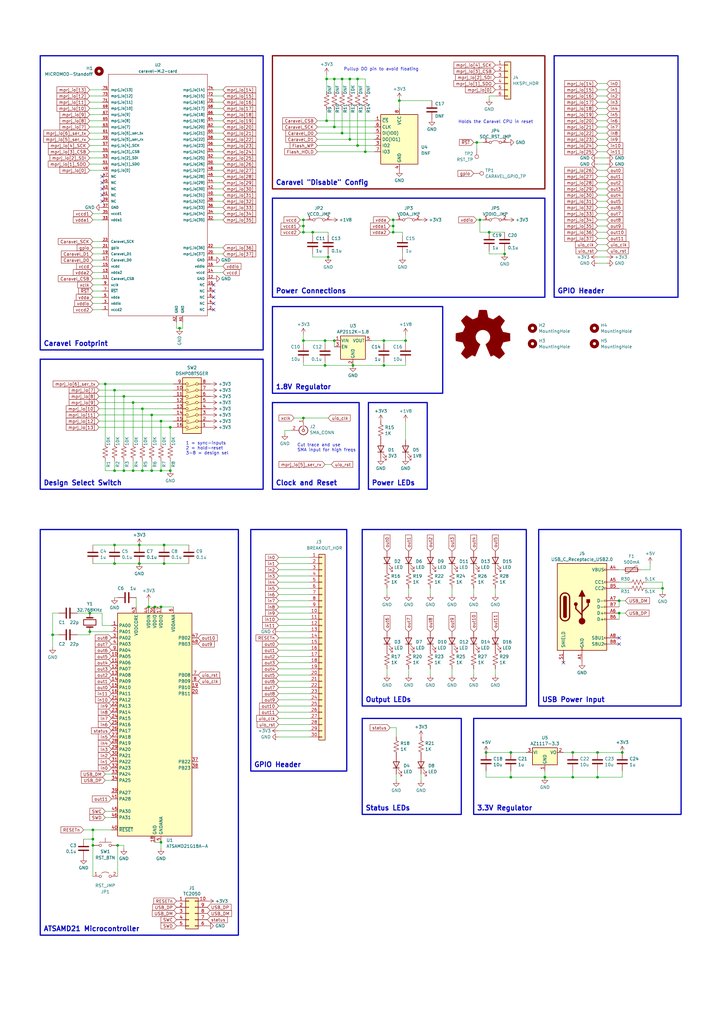
<source format=kicad_sch>
(kicad_sch (version 20231120) (generator "eeschema") (generator_version "8.0")
  (paper "A3" portrait)
  (junction (at 245.11 318.77))
  (junction (at 146.685 59.69))
  (junction (at 223.52 318.77))
  (junction (at 254 246.38))
  (junction (at 43.18 157.48))
  (junction (at 54.61 193.04))
  (junction (at 209.55 318.77))
  (junction (at 21.59 260.35))
  (junction (at 63.5 248.92))
  (junction (at 137.16 139.7))
  (junction (at 143.51 57.15))
  (junction (at 62.23 193.04))
  (junction (at 161.29 95.25))
  (junction (at 149.86 62.23))
  (junction (at 144.78 149.86))
  (junction (at 134.62 105.41))
  (junction (at 67.31 223.52))
  (junction (at 57.15 231.14))
  (junction (at 36.83 251.46))
  (junction (at 38.1 344.17))
  (junction (at 157.48 149.86))
  (junction (at 66.04 345.44))
  (junction (at 66.04 248.92))
  (junction (at 50.8 162.56))
  (junction (at 36.83 259.08))
  (junction (at 157.48 139.7))
  (junction (at 200.66 95.25))
  (junction (at 161.29 90.17))
  (junction (at 58.42 193.04))
  (junction (at 245.11 308.61))
  (junction (at 128.27 95.25))
  (junction (at 69.85 193.04))
  (junction (at 46.99 160.02))
  (junction (at 58.42 167.64))
  (junction (at 46.99 223.52))
  (junction (at 66.04 193.04))
  (junction (at 133.35 149.86))
  (junction (at 57.15 223.52))
  (junction (at 271.78 241.3))
  (junction (at 133.35 139.7))
  (junction (at 133.985 32.385))
  (junction (at 196.85 90.17))
  (junction (at 254 251.46))
  (junction (at 163.83 41.275))
  (junction (at 209.55 308.61))
  (junction (at 67.31 231.14))
  (junction (at 62.23 170.18))
  (junction (at 234.95 318.77))
  (junction (at 124.46 171.45))
  (junction (at 73.66 134.62))
  (junction (at 166.37 139.7))
  (junction (at 124.46 139.7))
  (junction (at 124.46 92.71))
  (junction (at 133.985 49.53))
  (junction (at 199.39 308.61))
  (junction (at 46.99 231.14))
  (junction (at 48.26 346.71))
  (junction (at 161.29 92.71))
  (junction (at 140.335 32.385))
  (junction (at 50.8 193.04))
  (junction (at 60.96 248.92))
  (junction (at 140.335 54.61))
  (junction (at 69.85 175.26))
  (junction (at 54.61 165.1))
  (junction (at 137.16 32.385))
  (junction (at 38.1 340.36))
  (junction (at 137.16 52.07))
  (junction (at 195.58 58.42))
  (junction (at 143.51 32.385))
  (junction (at 207.01 104.14))
  (junction (at 66.04 172.72))
  (junction (at 146.685 32.385))
  (junction (at 38.1 346.71))
  (junction (at 124.46 95.25))
  (junction (at 255.27 308.61))
  (junction (at 46.99 193.04))
  (junction (at 124.46 90.17))
  (junction (at 234.95 308.61))
  (no_connect (at 41.91 72.39))
  (no_connect (at 87.63 119.38))
  (no_connect (at 41.91 82.55))
  (no_connect (at 41.91 74.93))
  (no_connect (at 41.91 80.01))
  (no_connect (at 87.63 127))
  (no_connect (at 41.91 77.47))
  (no_connect (at 87.63 116.84))
  (no_connect (at 254 261.62))
  (no_connect (at 231.14 271.78))
  (no_connect (at 87.63 124.46))
  (no_connect (at 87.63 121.92))
  (no_connect (at 254 264.16))
  (wire (pts (xy 146.685 32.385) (xy 146.685 37.465)))
  (wire (pts (xy 157.48 139.7) (xy 157.48 140.97)))
  (wire (pts (xy 114.3 279.4) (xy 127 279.4)))
  (wire (pts (xy 199.39 308.61) (xy 209.55 308.61)))
  (wire (pts (xy 124.46 139.7) (xy 133.35 139.7)))
  (wire (pts (xy 114.3 228.6) (xy 127 228.6)))
  (wire (pts (xy 91.44 69.85) (xy 87.63 69.85)))
  (wire (pts (xy 114.3 292.1) (xy 127 292.1)))
  (wire (pts (xy 245.11 90.17) (xy 248.92 90.17)))
  (wire (pts (xy 73.66 134.62) (xy 72.39 134.62)))
  (wire (pts (xy 185.42 274.32) (xy 185.42 276.86)))
  (wire (pts (xy 74.93 134.62) (xy 73.66 134.62)))
  (wire (pts (xy 245.11 44.45) (xy 248.92 44.45)))
  (wire (pts (xy 21.59 260.35) (xy 24.13 260.35)))
  (wire (pts (xy 245.11 64.77) (xy 248.92 64.77)))
  (wire (pts (xy 207.01 95.25) (xy 200.66 95.25)))
  (wire (pts (xy 162.56 317.5) (xy 162.56 320.04)))
  (wire (pts (xy 245.11 308.61) (xy 255.27 308.61)))
  (wire (pts (xy 130.175 62.23) (xy 149.86 62.23)))
  (wire (pts (xy 157.48 149.86) (xy 157.48 148.59)))
  (wire (pts (xy 223.52 318.77) (xy 223.52 316.23)))
  (wire (pts (xy 194.31 241.3) (xy 194.31 243.84)))
  (wire (pts (xy 199.39 318.77) (xy 209.55 318.77)))
  (wire (pts (xy 91.44 36.83) (xy 87.63 36.83)))
  (wire (pts (xy 45.72 256.54) (xy 41.91 256.54)))
  (wire (pts (xy 48.26 346.71) (xy 50.8 346.71)))
  (wire (pts (xy 254 238.76) (xy 257.81 238.76)))
  (wire (pts (xy 245.11 41.91) (xy 248.92 41.91)))
  (wire (pts (xy 60.96 248.92) (xy 63.5 248.92)))
  (wire (pts (xy 114.3 248.92) (xy 127 248.92)))
  (wire (pts (xy 133.985 30.48) (xy 133.985 32.385)))
  (wire (pts (xy 34.29 340.36) (xy 38.1 340.36)))
  (wire (pts (xy 41.91 59.69) (xy 36.83 59.69)))
  (wire (pts (xy 91.44 52.07) (xy 87.63 52.07)))
  (wire (pts (xy 55.88 245.11) (xy 55.88 248.92)))
  (wire (pts (xy 245.11 74.93) (xy 248.92 74.93)))
  (wire (pts (xy 194.31 274.32) (xy 194.31 276.86)))
  (wire (pts (xy 36.83 259.08) (xy 36.83 260.35)))
  (wire (pts (xy 172.72 317.5) (xy 172.72 320.04)))
  (wire (pts (xy 124.46 95.25) (xy 123.19 95.25)))
  (wire (pts (xy 114.3 271.78) (xy 127 271.78)))
  (wire (pts (xy 160.02 95.25) (xy 161.29 95.25)))
  (wire (pts (xy 199.39 316.23) (xy 199.39 318.77)))
  (wire (pts (xy 124.46 139.7) (xy 124.46 140.97)))
  (wire (pts (xy 130.175 59.69) (xy 146.685 59.69)))
  (wire (pts (xy 40.64 160.02) (xy 46.99 160.02)))
  (wire (pts (xy 254 241.3) (xy 257.81 241.3)))
  (wire (pts (xy 114.3 269.24) (xy 127 269.24)))
  (wire (pts (xy 137.16 52.07) (xy 137.16 45.085)))
  (wire (pts (xy 130.175 57.15) (xy 143.51 57.15)))
  (wire (pts (xy 200.66 104.14) (xy 200.66 102.87)))
  (wire (pts (xy 114.3 289.56) (xy 127 289.56)))
  (wire (pts (xy 140.335 37.465) (xy 140.335 32.385)))
  (wire (pts (xy 41.91 39.37) (xy 36.83 39.37)))
  (wire (pts (xy 41.91 121.92) (xy 38.1 121.92)))
  (wire (pts (xy 245.11 85.09) (xy 248.92 85.09)))
  (wire (pts (xy 137.16 32.385) (xy 140.335 32.385)))
  (wire (pts (xy 38.1 346.71) (xy 38.1 359.41)))
  (wire (pts (xy 114.3 251.46) (xy 127 251.46)))
  (wire (pts (xy 128.27 95.25) (xy 128.27 96.52)))
  (wire (pts (xy 166.37 137.16) (xy 166.37 139.7)))
  (wire (pts (xy 245.11 46.99) (xy 248.92 46.99)))
  (wire (pts (xy 46.99 193.04) (xy 43.18 193.04)))
  (wire (pts (xy 91.44 90.17) (xy 87.63 90.17)))
  (wire (pts (xy 41.91 109.22) (xy 38.1 109.22)))
  (wire (pts (xy 114.3 236.22) (xy 127 236.22)))
  (wire (pts (xy 245.11 57.15) (xy 248.92 57.15)))
  (wire (pts (xy 114.3 246.38) (xy 127 246.38)))
  (wire (pts (xy 114.3 297.18) (xy 127 297.18)))
  (wire (pts (xy 67.31 231.14) (xy 77.47 231.14)))
  (wire (pts (xy 50.8 162.56) (xy 50.8 181.61)))
  (wire (pts (xy 114.3 241.3) (xy 127 241.3)))
  (wire (pts (xy 57.15 231.14) (xy 67.31 231.14)))
  (wire (pts (xy 38.1 340.36) (xy 38.1 344.17)))
  (wire (pts (xy 114.3 256.54) (xy 127 256.54)))
  (wire (pts (xy 43.18 317.5) (xy 45.72 317.5)))
  (wire (pts (xy 254 246.38) (xy 256.54 246.38)))
  (wire (pts (xy 161.29 95.25) (xy 165.1 95.25)))
  (wire (pts (xy 66.04 172.72) (xy 66.04 181.61)))
  (wire (pts (xy 91.44 101.6) (xy 87.63 101.6)))
  (wire (pts (xy 43.18 320.04) (xy 45.72 320.04)))
  (wire (pts (xy 91.44 59.69) (xy 87.63 59.69)))
  (wire (pts (xy 160.02 92.71) (xy 161.29 92.71)))
  (wire (pts (xy 144.78 149.86) (xy 157.48 149.86)))
  (wire (pts (xy 149.86 62.23) (xy 149.86 45.085)))
  (wire (pts (xy 167.64 274.32) (xy 167.64 276.86)))
  (wire (pts (xy 140.335 32.385) (xy 143.51 32.385)))
  (wire (pts (xy 69.85 175.26) (xy 69.85 181.61)))
  (wire (pts (xy 62.23 193.04) (xy 58.42 193.04)))
  (wire (pts (xy 254 246.38) (xy 254 248.92)))
  (wire (pts (xy 114.3 259.08) (xy 127 259.08)))
  (wire (pts (xy 38.1 223.52) (xy 46.99 223.52)))
  (wire (pts (xy 41.91 127) (xy 38.1 127)))
  (wire (pts (xy 195.58 58.42) (xy 194.31 58.42)))
  (wire (pts (xy 114.3 299.72) (xy 127 299.72)))
  (wire (pts (xy 134.62 105.41) (xy 134.62 104.14)))
  (wire (pts (xy 134.62 95.25) (xy 134.62 96.52)))
  (wire (pts (xy 41.91 41.91) (xy 36.83 41.91)))
  (wire (pts (xy 124.46 171.45) (xy 134.62 171.45)))
  (wire (pts (xy 43.18 157.48) (xy 71.12 157.48)))
  (wire (pts (xy 245.11 102.87) (xy 248.92 102.87)))
  (wire (pts (xy 133.35 139.7) (xy 133.35 140.97)))
  (wire (pts (xy 91.44 109.22) (xy 87.63 109.22)))
  (wire (pts (xy 124.46 137.16) (xy 124.46 139.7)))
  (wire (pts (xy 91.44 85.09) (xy 87.63 85.09)))
  (wire (pts (xy 74.93 132.08) (xy 74.93 134.62)))
  (wire (pts (xy 41.91 106.68) (xy 38.1 106.68)))
  (wire (pts (xy 58.42 193.04) (xy 54.61 193.04)))
  (wire (pts (xy 124.46 95.25) (xy 128.27 95.25)))
  (wire (pts (xy 265.43 241.3) (xy 271.78 241.3)))
  (wire (pts (xy 245.11 107.95) (xy 248.92 107.95)))
  (wire (pts (xy 245.11 77.47) (xy 248.92 77.47)))
  (wire (pts (xy 153.67 59.69) (xy 146.685 59.69)))
  (wire (pts (xy 116.84 177.8) (xy 116.84 176.53)))
  (wire (pts (xy 38.1 344.17) (xy 38.1 346.71)))
  (wire (pts (xy 167.64 241.3) (xy 167.64 243.84)))
  (wire (pts (xy 69.85 193.04) (xy 66.04 193.04)))
  (wire (pts (xy 48.26 346.71) (xy 48.26 359.41)))
  (wire (pts (xy 41.91 119.38) (xy 38.1 119.38)))
  (wire (pts (xy 153.67 57.15) (xy 143.51 57.15)))
  (wire (pts (xy 114.3 238.76) (xy 127 238.76)))
  (wire (pts (xy 114.3 294.64) (xy 127 294.64)))
  (wire (pts (xy 62.23 189.23) (xy 62.23 193.04)))
  (wire (pts (xy 133.985 32.385) (xy 137.16 32.385)))
  (wire (pts (xy 271.78 241.3) (xy 271.78 242.57)))
  (wire (pts (xy 114.3 254) (xy 127 254)))
  (wire (pts (xy 38.1 340.36) (xy 45.72 340.36)))
  (wire (pts (xy 54.61 193.04) (xy 50.8 193.04)))
  (wire (pts (xy 41.91 114.3) (xy 38.1 114.3)))
  (wire (pts (xy 124.46 92.71) (xy 124.46 95.25)))
  (wire (pts (xy 266.7 231.14) (xy 266.7 233.68)))
  (wire (pts (xy 158.75 241.3) (xy 158.75 243.84)))
  (wire (pts (xy 207.01 104.14) (xy 200.66 104.14)))
  (wire (pts (xy 133.35 139.7) (xy 137.16 139.7)))
  (wire (pts (xy 128.27 105.41) (xy 128.27 104.14)))
  (wire (pts (xy 245.11 54.61) (xy 248.92 54.61)))
  (wire (pts (xy 137.16 139.7) (xy 137.16 142.24)))
  (wire (pts (xy 41.91 46.99) (xy 36.83 46.99)))
  (wire (pts (xy 165.1 105.41) (xy 165.1 104.14)))
  (wire (pts (xy 41.91 124.46) (xy 38.1 124.46)))
  (wire (pts (xy 41.91 54.61) (xy 36.83 54.61)))
  (wire (pts (xy 153.67 49.53) (xy 133.985 49.53)))
  (wire (pts (xy 58.42 167.64) (xy 58.42 181.61)))
  (wire (pts (xy 234.95 308.61) (xy 245.11 308.61)))
  (wire (pts (xy 91.44 82.55) (xy 87.63 82.55)))
  (wire (pts (xy 130.175 49.53) (xy 133.985 49.53)))
  (wire (pts (xy 114.3 233.68) (xy 127 233.68)))
  (wire (pts (xy 114.3 266.7) (xy 127 266.7)))
  (wire (pts (xy 36.83 260.35) (xy 31.75 260.35)))
  (wire (pts (xy 146.685 32.385) (xy 143.51 32.385)))
  (wire (pts (xy 66.04 189.23) (xy 66.04 193.04)))
  (wire (pts (xy 130.175 54.61) (xy 140.335 54.61)))
  (wire (pts (xy 66.04 193.04) (xy 62.23 193.04)))
  (wire (pts (xy 43.18 157.48) (xy 43.18 181.61)))
  (wire (pts (xy 41.91 99.06) (xy 38.1 99.06)))
  (wire (pts (xy 114.3 243.84) (xy 127 243.84)))
  (wire (pts (xy 245.11 62.23) (xy 248.92 62.23)))
  (wire (pts (xy 43.18 189.23) (xy 43.18 193.04)))
  (wire (pts (xy 200.66 40.64) (xy 200.66 39.37)))
  (wire (pts (xy 203.2 241.3) (xy 203.2 243.84)))
  (wire (pts (xy 245.11 34.29) (xy 248.92 34.29)))
  (wire (pts (xy 41.91 87.63) (xy 38.1 87.63)))
  (wire (pts (xy 72.39 134.62) (xy 72.39 132.08)))
  (wire (pts (xy 133.35 190.5) (xy 135.89 190.5)))
  (wire (pts (xy 234.95 316.23) (xy 234.95 318.77)))
  (wire (pts (xy 254 251.46) (xy 254 254)))
  (wire (pts (xy 161.29 92.71) (xy 161.29 90.17)))
  (wire (pts (xy 245.11 80.01) (xy 248.92 80.01)))
  (wire (pts (xy 114.3 276.86) (xy 127 276.86)))
  (wire (pts (xy 165.1 95.25) (xy 165.1 96.52)))
  (wire (pts (xy 41.91 52.07) (xy 36.83 52.07)))
  (wire (pts (xy 40.64 167.64) (xy 58.42 167.64)))
  (wire (pts (xy 46.99 245.11) (xy 48.26 245.11)))
  (wire (pts (xy 195.58 60.96) (xy 195.58 58.42)))
  (wire (pts (xy 254 251.46) (xy 256.54 251.46)))
  (wire (pts (xy 54.61 165.1) (xy 54.61 181.61)))
  (wire (pts (xy 133.35 149.86) (xy 144.78 149.86)))
  (wire (pts (xy 46.99 189.23) (xy 46.99 193.04)))
  (wire (pts (xy 271.78 238.76) (xy 271.78 241.3)))
  (wire (pts (xy 66.04 172.72) (xy 71.12 172.72)))
  (wire (pts (xy 166.37 139.7) (xy 166.37 140.97)))
  (wire (pts (xy 66.04 248.92) (xy 71.12 248.92)))
  (wire (pts (xy 245.11 105.41) (xy 248.92 105.41)))
  (wire (pts (xy 38.1 231.14) (xy 46.99 231.14)))
  (wire (pts (xy 209.55 316.23) (xy 209.55 318.77)))
  (wire (pts (xy 231.14 308.61) (xy 234.95 308.61)))
  (wire (pts (xy 57.15 223.52) (xy 67.31 223.52)))
  (wire (pts (xy 46.99 160.02) (xy 46.99 181.61)))
  (wire (pts (xy 203.2 274.32) (xy 203.2 276.86)))
  (wire (pts (xy 124.46 90.17) (xy 124.46 92.71)))
  (wire (pts (xy 41.91 49.53) (xy 36.83 49.53)))
  (wire (pts (xy 162.56 298.45) (xy 162.56 302.26)))
  (wire (pts (xy 50.8 189.23) (xy 50.8 193.04)))
  (wire (pts (xy 133.985 37.465) (xy 133.985 32.385)))
  (wire (pts (xy 58.42 167.64) (xy 71.12 167.64)))
  (wire (pts (xy 69.85 175.26) (xy 71.12 175.26)))
  (wire (pts (xy 223.52 318.77) (xy 234.95 318.77)))
  (wire (pts (xy 69.85 189.23) (xy 69.85 193.04)))
  (wire (pts (xy 46.99 223.52) (xy 57.15 223.52)))
  (wire (pts (xy 196.85 90.17) (xy 198.12 90.17)))
  (wire (pts (xy 146.685 59.69) (xy 146.685 45.085)))
  (wire (pts (xy 40.64 172.72) (xy 66.04 172.72)))
  (wire (pts (xy 41.91 104.14) (xy 38.1 104.14)))
  (wire (pts (xy 153.67 62.23) (xy 149.86 62.23)))
  (wire (pts (xy 245.11 67.31) (xy 248.92 67.31)))
  (wire (pts (xy 41.91 67.31) (xy 36.83 67.31)))
  (wire (pts (xy 50.8 193.04) (xy 46.99 193.04)))
  (wire (pts (xy 124.46 90.17) (xy 125.73 90.17)))
  (wire (pts (xy 200.66 39.37) (xy 203.2 39.37)))
  (wire (pts (xy 143.51 57.15) (xy 143.51 45.085)))
  (wire (pts (xy 153.67 54.61) (xy 140.335 54.61)))
  (wire (pts (xy 114.3 302.26) (xy 127 302.26)))
  (wire (pts (xy 41.91 69.85) (xy 36.83 69.85)))
  (wire (pts (xy 46.99 160.02) (xy 71.12 160.02)))
  (wire (pts (xy 41.91 36.83) (xy 36.83 36.83)))
  (wire (pts (xy 160.02 90.17) (xy 161.29 90.17)))
  (wire (pts (xy 140.335 54.61) (xy 140.335 45.085)))
  (wire (pts (xy 91.44 64.77) (xy 87.63 64.77)))
  (wire (pts (xy 91.44 44.45) (xy 87.63 44.45)))
  (wire (pts (xy 91.44 111.76) (xy 87.63 111.76)))
  (wire (pts (xy 130.175 52.07) (xy 137.16 52.07)))
  (wire (pts (xy 245.11 39.37) (xy 248.92 39.37)))
  (wire (pts (xy 41.91 62.23) (xy 36.83 62.23)))
  (wire (pts (xy 91.44 54.61) (xy 87.63 54.61)))
  (wire (pts (xy 245.11 100.33) (xy 248.92 100.33)))
  (wire (pts (xy 120.65 171.45) (xy 124.46 171.45)))
  (wire (pts (xy 149.86 32.385) (xy 146.685 32.385)))
  (wire (pts (xy 91.44 57.15) (xy 87.63 57.15)))
  (wire (pts (xy 166.37 149.86) (xy 157.48 149.86)))
  (wire (pts (xy 176.53 274.32) (xy 176.53 276.86)))
  (wire (pts (xy 66.04 345.44) (xy 66.04 347.98)))
  (wire (pts (xy 200.66 95.25) (xy 196.85 95.25)))
  (wire (pts (xy 254 233.68) (xy 255.27 233.68)))
  (wire (pts (xy 91.44 77.47) (xy 87.63 77.47)))
  (wire (pts (xy 133.985 49.53) (xy 133.985 45.085)))
  (wire (pts (xy 41.91 44.45) (xy 36.83 44.45)))
  (wire (pts (xy 124.46 149.86) (xy 124.46 148.59)))
  (wire (pts (xy 43.18 335.28) (xy 45.72 335.28)))
  (wire (pts (xy 185.42 241.3) (xy 185.42 243.84)))
  (wire (pts (xy 133.35 148.59) (xy 133.35 149.86)))
  (wire (pts (xy 114.3 274.32) (xy 127 274.32)))
  (wire (pts (xy 133.35 149.86) (xy 124.46 149.86)))
  (wire (pts (xy 34.29 344.17) (xy 38.1 344.17)))
  (wire (pts (xy 114.3 287.02) (xy 127 287.02)))
  (wire (pts (xy 245.11 36.83) (xy 248.92 36.83)))
  (wire (pts (xy 245.11 92.71) (xy 248.92 92.71)))
  (wire (pts (xy 41.91 111.76) (xy 38.1 111.76)))
  (wire (pts (xy 163.83 41.275) (xy 177.165 41.275)))
  (wire (pts (xy 40.64 157.48) (xy 43.18 157.48)))
  (wire (pts (xy 209.55 318.77) (xy 223.52 318.77)))
  (wire (pts (xy 41.91 251.46) (xy 36.83 251.46)))
  (wire (pts (xy 21.59 251.46) (xy 21.59 260.35)))
  (wire (pts (xy 157.48 139.7) (xy 166.37 139.7)))
  (wire (pts (xy 245.11 82.55) (xy 248.92 82.55)))
  (wire (pts (xy 114.3 261.62) (xy 127 261.62)))
  (wire (pts (xy 54.61 189.23) (xy 54.61 193.04)))
  (wire (pts (xy 207.01 102.87) (xy 207.01 104.14)))
  (wire (pts (xy 43.18 332.74) (xy 45.72 332.74)))
  (wire (pts (xy 245.11 95.25) (xy 248.92 95.25)))
  (wire (pts (xy 245.11 69.85) (xy 248.92 69.85)))
  (wire (pts (xy 91.44 104.14) (xy 87.63 104.14)))
  (wire (pts (xy 134.62 105.41) (xy 128.27 105.41)))
  (wire (pts (xy 195.58 90.17) (xy 196.85 90.17)))
  (wire (pts (xy 163.83 41.275) (xy 163.83 44.45)))
  (wire (pts (xy 41.91 90.17) (xy 38.1 90.17)))
  (wire (pts (xy 245.11 49.53) (xy 248.92 49.53)))
  (wire (pts (xy 40.64 165.1) (xy 54.61 165.1)))
  (wire (pts (xy 176.53 241.3) (xy 176.53 243.84)))
  (wire (pts (xy 58.42 189.23) (xy 58.42 193.04)))
  (wire (pts (xy 245.11 87.63) (xy 248.92 87.63)))
  (wire (pts (xy 91.44 87.63) (xy 87.63 87.63)))
  (wire (pts (xy 114.3 281.94) (xy 127 281.94)))
  (wire (pts (xy 91.44 49.53) (xy 87.63 49.53)))
  (wire (pts (xy 143.51 32.385) (xy 143.51 37.465)))
  (wire (pts (xy 255.27 318.77) (xy 255.27 316.23)))
  (wire (pts (xy 245.11 97.79) (xy 248.92 97.79)))
  (wire (pts (xy 91.44 74.93) (xy 87.63 74.93)))
  (wire (pts (xy 265.43 238.76) (xy 271.78 238.76)))
  (wire (pts (xy 91.44 67.31) (xy 87.63 67.31)))
  (wire (pts (xy 62.23 170.18) (xy 71.12 170.18)))
  (wire (pts (xy 114.3 264.16) (xy 127 264.16)))
  (wire (pts (xy 36.83 259.08) (xy 45.72 259.08)))
  (wire (pts (xy 41.91 64.77) (xy 36.83 64.77)))
  (wire (pts (xy 31.75 251.46) (xy 36.83 251.46)))
  (wire (pts (xy 91.44 46.99) (xy 87.63 46.99)))
  (wire (pts (xy 245.11 318.77) (xy 245.11 316.23)))
  (wire (pts (xy 40.64 175.26) (xy 69.85 175.26)))
  (wire (pts (xy 166.37 148.59) (xy 166.37 149.86)))
  (wire (pts (xy 137.16 32.385) (xy 137.16 37.465)))
  (wire (pts (xy 158.75 274.32) (xy 158.75 276.86)))
  (wire (pts (xy 91.44 80.01) (xy 87.63 80.01)))
  (wire (pts (xy 149.86 37.465) (xy 149.86 32.385)))
  (wire (pts (xy 195.58 58.42) (xy 198.12 58.42)))
  (wire (pts (xy 21.59 260.35) (xy 21.59 265.43)))
  (wire (pts (xy 161.29 90.17) (xy 162.56 90.17)))
  (wire (pts (xy 40.64 170.18) (xy 62.23 170.18)))
  (wire (pts (xy 245.11 318.77) (xy 255.27 318.77)))
  (wire (pts (xy 91.44 72.39) (xy 87.63 72.39)))
  (wire (pts (xy 41.91 101.6) (xy 38.1 101.6)))
  (wire (pts (xy 63.5 248.92) (xy 66.04 248.92)))
  (wire (pts (xy 63.5 345.44) (xy 66.04 345.44)))
  (wire (pts (xy 67.31 223.52) (xy 77.47 223.52)))
  (wire (pts (xy 209.55 308.61) (xy 215.9 308.61)))
  (wire (pts (xy 196.85 90.17) (xy 196.85 95.25)))
  (wire (pts (xy 262.89 233.68) (xy 266.7 233.68)))
  (wire (pts (xy 128.27 95.25) (xy 134.62 95.25)))
  (wire (pts (xy 153.67 52.07) (xy 137.16 52.07)))
  (wire (pts (xy 41.91 116.84) (xy 38.1 116.84)))
  (wire (pts (xy 114.3 284.48) (xy 127 284.48)))
  (wire (pts (xy 54.61 165.1) (xy 71.12 165.1)))
  (wire (pts (xy 166.37 172.72) (xy 166.37 180.34)))
  (wire (pts (xy 116.84 176.53) (xy 119.38 176.53)))
  (wire (pts (xy 50.8 162.56) (xy 71.12 162.56)))
  (wire (pts (xy 91.44 41.91) (xy 87.63 41.91)))
  (wire (pts (xy 60.96 246.38) (xy 60.96 248.92)))
  (wire (pts (xy 40.64 162.56) (xy 50.8 162.56)))
  (wire (pts (xy 161.29 95.25) (xy 161.29 92.71)))
  (wire (pts (xy 62.23 170.18) (xy 62.23 181.61)))
  (wire (pts (xy 234.95 318.77) (xy 245.11 318.77)))
  (wire (pts (xy 24.13 251.46) (xy 21.59 251.46)))
  (wire (pts (xy 114.3 231.14) (xy 127 231.14)))
  (wire (pts (xy 160.02 298.45) (xy 162.56 298.45)))
  (wire (pts (xy 245.11 59.69) (xy 248.92 59.69)))
  (wire (pts (xy 245.11 52.07) (xy 248.92 52.07)))
  (wire (pts (xy 124.46 92.71) (xy 123.19 92.71)))
  (wire (pts (xy 123.19 90.17) (xy 124.46 90.17)))
  (wire (pts (xy 163.83 40.64) (xy 163.83 41.275)))
  (wire (pts (xy 46.99 231.14) (xy 57.15 231.14)))
  (wire (pts (xy 152.4 139.7) (xy 157.48 139.7)))
  (wire (pts (xy 41.91 57.15) (xy 36.83 57.15)))
  (wire (pts (xy 245.11 72.39) (xy 248.92 72.39)))
  (wire (pts (xy 41.91 256.54) (xy 41.91 251.46)))
  (wire (pts (xy 50.8 346.71) (xy 50.8 347.98)))
  (wire (pts (xy 91.44 62.23) (xy 87.63 62.23)))
  (wire (pts (xy 91.44 39.37) (xy 87.63 39.37)))
  (rectangle (start 102.87 217.17) (end 142.24 316.23) (stroke (width 0.5)))
  (rectangle (start 194.31 294.64) (end 279.4 334.01) (stroke (width 0.5)))
  (rectangle (start 16.51 217.17) (end 97.79 383.54) (stroke (width 0.5)))
  (rectangle (start 151.13 165.1) (end 175.26 200.66) (stroke (width 0.5)))
  (rectangle (start 227.33 22.86) (end 278.13 121.92) (stroke (width 0.5)))
  (rectangle (start 111.76 125.73) (end 181.61 161.29) (stroke (width 0.5)))
  (rectangle (start 111.76 165.1) (end 147.32 200.66) (stroke (width 0.5)))
  (rectangle (start 16.51 147.32) (end 107.95 200.66) (stroke (width 0.5)))
  (rectangle (start 148.59 294.64) (end 189.23 334.01) (stroke (width 0.5)))
  (rectangle (start 220.98 217.17) (end 279.4 289.56) (stroke (width 0.5)))
  (rectangle (start 16.51 22.86) (end 107.95 143.51) (stroke (width 0.5)))
  (rectangle (start 111.76 81.28) (end 223.52 121.92) (stroke (width 0.5)))
  (rectangle (start 148.59 217.17) (end 215.9 289.56) (stroke (width 0.5)))
  (rectangle (start 111.76 22.86) (end 223.52 77.47) (stroke (width 0.5) (color 132 0 0 1)))
  (text "Power Connections" (at 113.03 120.65 0) (effects (font (size 2 2) (thickness 0.4) (bold yes)) (justify left bottom)))
  (text "GPIO Header" (at 104.14 314.96 0) (effects (font (size 2 2) (thickness 0.4) (bold yes)) (justify left bottom)))
  (text "Caravel Footprint" (at 17.78 142.24 0) (effects (font (size 2 2) (thickness 0.4) (bold yes)) (justify left bottom)))
  (text "Power LEDs" (at 152.4 199.39 0) (effects (font (size 2 2) (thickness 0.4) (bold yes)) (justify left bottom)))
  (text "ATSAMD21 Microcontroller" (at 17.78 382.27 0) (effects (font (size 2 2) (thickness 0.4) (bold yes)) (justify left bottom)))
  (text "Status LEDs" (at 149.86 332.74 0) (effects (font (size 2 2) (thickness 0.4) (bold yes)) (justify left bottom)))
  (text "1.8V Regulator" (at 113.03 160.02 0) (effects (font (size 2 2) (thickness 0.4) (bold yes)) (justify left bottom)))
  (text "Output LEDs" (at 149.86 288.29 0) (effects (font (size 2 2) (thickness 0.4) (bold yes)) (justify left bottom)))
  (text "Design Select Switch" (at 17.78 199.39 0) (effects (font (size 2 2) (thickness 0.4) (bold yes)) (justify left bottom)))
  (text "Caravel \"Disable\" Config" (at 113.03 76.2 0) (effects (font (size 2 2) (thickness 0.4) (bold yes)) (justify left bottom)))
  (text "Cut trace and use\nSMA input for high freqs" (at 121.92 185.42 0) (effects (font (size 1.27 1.27)) (justify left bottom)))
  (text "Pullup DO pin to avoid floating" (at 140.97 29.21 0) (effects (font (size 1.27 1.27)) (justify left bottom)))
  (text "Clock and Reset" (at 113.03 199.39 0) (effects (font (size 2 2) (thickness 0.4) (bold yes)) (justify left bottom)))
  (text "3.3V Regulator" (at 195.58 332.74 0) (effects (font (size 2 2) (thickness 0.4) (bold yes)) (justify left bottom)))
  (text "GPIO Header" (at 228.6 120.65 0) (effects (font (size 2 2) (thickness 0.4) (bold yes)) (justify left bottom)))
  (text "1 = sync-inputs\n2 = hold-reset\n3-8 = design sel" (at 76.2 186.69 0) (effects (font (size 1.27 1.27)) (justify left bottom)))
  (text "USB Power Input" (at 222.25 288.29 0) (effects (font (size 2 2) (thickness 0.4) (bold yes)) (justify left bottom)))
  (text "Holds the Caravel CPU in reset" (at 187.96 50.8 0) (effects (font (size 1.27 1.27)) (justify left bottom)))
  (global_label "out5" (shape input) (at 114.3 276.86 180) (property "Intersheetrefs" "${INTERSHEET_REFS}" (effects (hide yes))))
  (global_label "out3" (shape input) (at 248.92 77.47 0) (property "Intersheetrefs" "${INTERSHEET_REFS}" (effects (hide yes))))
  (global_label "mprj_io[30]" (shape input) (at 91.44 77.47 0) (property "Intersheetrefs" "${INTERSHEET_REFS}" (effects (hide yes))))
  (global_label "in4" (shape input) (at 248.92 44.45 0) (property "Intersheetrefs" "${INTERSHEET_REFS}" (effects (hide yes))))
  (global_label "in2" (shape input) (at 45.72 309.88 180) (property "Intersheetrefs" "${INTERSHEET_REFS}" (effects (hide yes))))
  (global_label "out8" (shape input) (at 114.3 284.48 180) (property "Intersheetrefs" "${INTERSHEET_REFS}" (effects (hide yes))))
  (global_label "uio_rst" (shape input) (at 81.28 276.86 0) (property "Intersheetrefs" "${INTERSHEET_REFS}" (effects (hide yes))))
  (global_label "RESETn" (shape input) (at 114.3 261.62 180) (property "Intersheetrefs" "${INTERSHEET_REFS}" (effects (hide yes))))
  (global_label "out4" (shape input) (at 248.92 80.01 0) (property "Intersheetrefs" "${INTERSHEET_REFS}" (effects (hide yes))))
  (global_label "mprj_io[13]" (shape input) (at 36.83 36.83 180) (property "Intersheetrefs" "${INTERSHEET_REFS}" (effects (hide yes))))
  (global_label "in9" (shape input) (at 114.3 251.46 180) (property "Intersheetrefs" "${INTERSHEET_REFS}" (effects (hide yes))))
  (global_label "mprj_io[33]" (shape input) (at 245.11 87.63 180) (property "Intersheetrefs" "${INTERSHEET_REFS}" (effects (hide yes))))
  (global_label "out2" (shape input) (at 45.72 276.86 180) (property "Intersheetrefs" "${INTERSHEET_REFS}" (effects (hide yes))))
  (global_label "in11" (shape input) (at 248.92 62.23 0) (property "Intersheetrefs" "${INTERSHEET_REFS}" (effects (hide yes))))
  (global_label "in8" (shape input) (at 45.72 292.1 180) (property "Intersheetrefs" "${INTERSHEET_REFS}" (effects (hide yes))))
  (global_label "in1" (shape input) (at 45.72 312.42 180) (property "Intersheetrefs" "${INTERSHEET_REFS}" (effects (hide yes))))
  (global_label "mprj_io[11]" (shape input) (at 40.64 170.18 180) (property "Intersheetrefs" "${INTERSHEET_REFS}" (effects (hide yes))))
  (global_label "in6" (shape input) (at 248.92 49.53 0) (property "Intersheetrefs" "${INTERSHEET_REFS}" (effects (hide yes))))
  (global_label "uio_rst" (shape input) (at 135.89 190.5 0) (property "Intersheetrefs" "${INTERSHEET_REFS}" (effects (hide yes))))
  (global_label "out8" (shape input) (at 248.92 90.17 0) (property "Intersheetrefs" "${INTERSHEET_REFS}" (effects (hide yes))))
  (global_label "mprj_io[13]" (shape input) (at 40.64 175.26 180) (property "Intersheetrefs" "${INTERSHEET_REFS}" (effects (hide yes))))
  (global_label "out11" (shape input) (at 203.2 259.08 90) (property "Intersheetrefs" "${INTERSHEET_REFS}" (effects (hide yes))))
  (global_label "USB_DM" (shape input) (at 85.09 374.65 0) (property "Intersheetrefs" "${INTERSHEET_REFS}" (effects (hide yes))))
  (global_label "vdda" (shape input) (at 38.1 121.92 180) (property "Intersheetrefs" "${INTERSHEET_REFS}" (effects (hide yes))))
  (global_label "in4" (shape input) (at 45.72 304.8 180) (property "Intersheetrefs" "${INTERSHEET_REFS}" (effects (hide yes))))
  (global_label "mprj_io[7]" (shape input) (at 40.64 160.02 180) (property "Intersheetrefs" "${INTERSHEET_REFS}" (effects (hide yes))))
  (global_label "out1" (shape input) (at 167.64 226.06 90) (property "Intersheetrefs" "${INTERSHEET_REFS}" (effects (hide yes))))
  (global_label "mprj_io[18]" (shape input) (at 245.11 44.45 180) (property "Intersheetrefs" "${INTERSHEET_REFS}" (effects (hide yes))))
  (global_label "mprj_io[27]" (shape input) (at 91.44 69.85 0) (property "Intersheetrefs" "${INTERSHEET_REFS}" (effects (hide yes))))
  (global_label "out7" (shape input) (at 248.92 87.63 0) (property "Intersheetrefs" "${INTERSHEET_REFS}" (effects (hide yes))))
  (global_label "mprj_io[7]" (shape input) (at 36.83 52.07 180) (property "Intersheetrefs" "${INTERSHEET_REFS}" (effects (hide yes))))
  (global_label "mprj_io[9]" (shape input) (at 40.64 165.1 180) (property "Intersheetrefs" "${INTERSHEET_REFS}" (effects (hide yes))))
  (global_label "vdda2" (shape input) (at 160.02 95.25 180) (property "Intersheetrefs" "${INTERSHEET_REFS}" (effects (hide yes))))
  (global_label "mprj_io[20]" (shape input) (at 245.11 49.53 180) (property "Intersheetrefs" "${INTERSHEET_REFS}" (effects (hide yes))))
  (global_label "mprj_io[6]_ser_tx" (shape input) (at 36.83 54.61 180) (property "Intersheetrefs" "${INTERSHEET_REFS}" (effects (hide yes))))
  (global_label "in1" (shape input) (at 114.3 231.14 180) (property "Intersheetrefs" "${INTERSHEET_REFS}" (effects (hide yes))))
  (global_label "status" (shape input) (at 85.09 377.19 0) (property "Intersheetrefs" "${INTERSHEET_REFS}" (effects (hide yes))))
  (global_label "in2" (shape input) (at 114.3 233.68 180) (property "Intersheetrefs" "${INTERSHEET_REFS}" (effects (hide yes))))
  (global_label "uio_rst" (shape input) (at 245.11 102.87 180) (property "Intersheetrefs" "${INTERSHEET_REFS}" (effects (hide yes))))
  (global_label "mprj_io[5]_ser_rx" (shape input) (at 36.83 57.15 180) (property "Intersheetrefs" "${INTERSHEET_REFS}" (effects (hide yes))))
  (global_label "in4" (shape input) (at 114.3 238.76 180) (property "Intersheetrefs" "${INTERSHEET_REFS}" (effects (hide yes))))
  (global_label "mprj_io[2]_SDI" (shape input) (at 203.2 31.75 180) (property "Intersheetrefs" "${INTERSHEET_REFS}" (effects (hide yes))))
  (global_label "out9" (shape input) (at 185.42 259.08 90) (property "Intersheetrefs" "${INTERSHEET_REFS}" (effects (hide yes))))
  (global_label "Caravel_D1" (shape input) (at 38.1 104.14 180) (property "Intersheetrefs" "${INTERSHEET_REFS}" (effects (hide yes))))
  (global_label "USB_DP" (shape input) (at 256.54 251.46 0) (property "Intersheetrefs" "${INTERSHEET_REFS}" (effects (hide yes))))
  (global_label "uio_rst" (shape input) (at 114.3 297.18 180) (property "Intersheetrefs" "${INTERSHEET_REFS}" (effects (hide yes))))
  (global_label "in8" (shape input) (at 114.3 248.92 180) (property "Intersheetrefs" "${INTERSHEET_REFS}" (effects (hide yes))))
  (global_label "mprj_io[8]" (shape input) (at 40.64 162.56 180) (property "Intersheetrefs" "${INTERSHEET_REFS}" (effects (hide yes))))
  (global_label "in7" (shape input) (at 114.3 246.38 180) (property "Intersheetrefs" "${INTERSHEET_REFS}" (effects (hide yes))))
  (global_label "Caravel_CSB" (shape input) (at 130.175 49.53 180) (property "Intersheetrefs" "${INTERSHEET_REFS}" (effects (hide yes))))
  (global_label "mprj_io[16]" (shape input) (at 91.44 41.91 0) (property "Intersheetrefs" "${INTERSHEET_REFS}" (effects (hide yes))))
  (global_label "mprj_io[0]" (shape input) (at 203.2 36.83 180) (property "Intersheetrefs" "${INTERSHEET_REFS}" (effects (hide yes))))
  (global_label "mprj_io[34]" (shape input) (at 91.44 87.63 0) (property "Intersheetrefs" "${INTERSHEET_REFS}" (effects (hide yes))))
  (global_label "out3" (shape input) (at 45.72 274.32 180) (property "Intersheetrefs" "${INTERSHEET_REFS}" (effects (hide yes))))
  (global_label "SWC" (shape input) (at 43.18 332.74 180) (property "Intersheetrefs" "${INTERSHEET_REFS}" (effects (hide yes))))
  (global_label "uio_clk" (shape input) (at 114.3 294.64 180) (property "Intersheetrefs" "${INTERSHEET_REFS}" (effects (hide yes))))
  (global_label "mprj_io[32]" (shape input) (at 91.44 82.55 0) (property "Intersheetrefs" "${INTERSHEET_REFS}" (effects (hide yes))))
  (global_label "out7" (shape input) (at 167.64 259.08 90) (property "Intersheetrefs" "${INTERSHEET_REFS}" (effects (hide yes))))
  (global_label "out6" (shape input) (at 114.3 279.4 180) (property "Intersheetrefs" "${INTERSHEET_REFS}" (effects (hide yes))))
  (global_label "mprj_io[8]" (shape input) (at 36.83 49.53 180) (property "Intersheetrefs" "${INTERSHEET_REFS}" (effects (hide yes))))
  (global_label "in2" (shape input) (at 248.92 39.37 0) (property "Intersheetrefs" "${INTERSHEET_REFS}" (effects (hide yes))))
  (global_label "mprj_io[21]" (shape input) (at 91.44 54.61 0) (property "Intersheetrefs" "${INTERSHEET_REFS}" (effects (hide yes))))
  (global_label "vdda2" (shape input) (at 38.1 111.76 180) (property "Intersheetrefs" "${INTERSHEET_REFS}" (effects (hide yes))))
  (global_label "vccd" (shape input) (at 38.1 109.22 180) (property "Intersheetrefs" "${INTERSHEET_REFS}" (effects (hide yes))))
  (global_label "out4" (shape input) (at 194.31 226.06 90) (property "Intersheetrefs" "${INTERSHEET_REFS}" (effects (hide yes))))
  (global_label "in8" (shape input) (at 248.92 54.61 0) (property "Intersheetrefs" "${INTERSHEET_REFS}" (effects (hide yes))))
  (global_label "vdda1" (shape input) (at 160.02 92.71 180) (property "Intersheetrefs" "${INTERSHEET_REFS}" (effects (hide yes))))
  (global_label "in9" (shape input) (at 248.92 57.15 0) (property "Intersheetrefs" "${INTERSHEET_REFS}" (effects (hide yes))))
  (global_label "out4" (shape input) (at 114.3 274.32 180) (property "Intersheetrefs" "${INTERSHEET_REFS}" (effects (hide yes))))
  (global_label "mprj_io[29]" (shape input) (at 245.11 77.47 180) (property "Intersheetrefs" "${INTERSHEET_REFS}" (effects (hide yes))))
  (global_label "mprj_io[33]" (shape input) (at 91.44 85.09 0) (property "Intersheetrefs" "${INTERSHEET_REFS}" (effects (hide yes))))
  (global_label "mprj_io[19]" (shape input) (at 245.11 46.99 180) (property "Intersheetrefs" "${INTERSHEET_REFS}" (effects (hide yes))))
  (global_label "in7" (shape input) (at 45.72 294.64 180) (property "Intersheetrefs" "${INTERSHEET_REFS}" (effects (hide yes))))
  (global_label "in0" (shape input) (at 114.3 228.6 180) (property "Intersheetrefs" "${INTERSHEET_REFS}" (effects (hide yes))))
  (global_label "mprj_io[19]" (shape input) (at 91.44 49.53 0) (property "Intersheetrefs" "${INTERSHEET_REFS}" (effects (hide yes))))
  (global_label "mprj_io[12]" (shape input) (at 36.83 39.37 180) (property "Intersheetrefs" "${INTERSHEET_REFS}" (effects (hide yes))))
  (global_label "mprj_io[1]_SDO" (shape input) (at 203.2 34.29 180) (property "Intersheetrefs" "${INTERSHEET_REFS}" (effects (hide yes))))
  (global_label "mprj_io[14]" (shape input) (at 245.11 34.29 180) (property "Intersheetrefs" "${INTERSHEET_REFS}" (effects (hide yes))))
  (global_label "out2" (shape input) (at 114.3 269.24 180) (property "Intersheetrefs" "${INTERSHEET_REFS}" (effects (hide yes))))
  (global_label "out8" (shape input) (at 45.72 261.62 180) (property "Intersheetrefs" "${INTERSHEET_REFS}" (effects (hide yes))))
  (global_label "mprj_io[36]" (shape input) (at 245.11 95.25 180) (property "Intersheetrefs" "${INTERSHEET_REFS}" (effects (hide yes))))
  (global_label "mprj_io[28]" (shape input) (at 245.11 74.93 180) (property "Intersheetrefs" "${INTERSHEET_REFS}" (effects (hide yes))))
  (global_label "mprj_io[26]" (shape input) (at 91.44 67.31 0) (property "Intersheetrefs" "${INTERSHEET_REFS}" (effects (hide yes))))
  (global_label "mprj_io[28]" (shape input) (at 91.44 72.39 0) (property "Intersheetrefs" "${INTERSHEET_REFS}" (effects (hide yes))))
  (global_label "vccd2" (shape input) (at 38.1 127 180) (property "Intersheetrefs" "${INTERSHEET_REFS}" (effects (hide yes))))
  (global_label "mprj_io[23]" (shape input) (at 245.11 57.15 180) (property "Intersheetrefs" "${INTERSHEET_REFS}" (effects (hide yes))))
  (global_label "out8" (shape input) (at 176.53 259.08 90) (property "Intersheetrefs" "${INTERSHEET_REFS}" (effects (hide yes))))
  (global_label "out6" (shape input) (at 248.92 85.09 0) (property "Intersheetrefs" "${INTERSHEET_REFS}" (effects (hide yes))))
  (global_label "vccd" (shape input) (at 91.44 111.76 0) (property "Intersheetrefs" "${INTERSHEET_REFS}" (effects (hide yes))))
  (global_label "in0" (shape input) (at 45.72 314.96 180) (property "Intersheetrefs" "${INTERSHEET_REFS}" (effects (hide yes))))
  (global_label "mprj_io[22]" (shape input) (at 91.44 57.15 0) (property "Intersheetrefs" "${INTERSHEET_REFS}" (effects (hide yes))))
  (global_label "Caravel_D1" (shape input) (at 130.175 57.15 180) (property "Intersheetrefs" "${INTERSHEET_REFS}" (effects (hide yes))))
  (global_label "mprj_io[12]" (shape input) (at 40.64 172.72 180) (property "Intersheetrefs" "${INTERSHEET_REFS}" (effects (hide yes))))
  (global_label "mprj_io[20]" (shape input) (at 91.44 52.07 0) (property "Intersheetrefs" "${INTERSHEET_REFS}" (effects (hide yes))))
  (global_label "in10" (shape input) (at 114.3 254 180) (property "Intersheetrefs" "${INTERSHEET_REFS}" (effects (hide yes))))
  (global_label "vccd2" (shape input) (at 123.19 95.25 180) (property "Intersheetrefs" "${INTERSHEET_REFS}" (effects (hide yes))))
  (global_label "mprj_io[26]" (shape input) (at 245.11 69.85 180) (property "Intersheetrefs" "${INTERSHEET_REFS}" (effects (hide yes))))
  (global_label "in10" (shape input) (at 45.72 287.02 180) (property "Intersheetrefs" "${INTERSHEET_REFS}" (effects (hide yes))))
  (global_label "out3" (shape input) (at 114.3 271.78 180) (property "Intersheetrefs" "${INTERSHEET_REFS}" (effects (hide yes))))
  (global_label "mprj_io[17]" (shape input) (at 91.44 44.45 0) (property "Intersheetrefs" "${INTERSHEET_REFS}" (effects (hide yes))))
  (global_label "uio_clk" (shape input) (at 134.62 171.45 0) (property "Intersheetrefs" "${INTERSHEET_REFS}" (effects (hide yes))))
  (global_label "mprj_io[2]_SDI" (shape input) (at 36.83 64.77 180) (property "Intersheetrefs" "${INTERSHEET_REFS}" (effects (hide yes))))
  (global_label "out1" (shape input) (at 45.72 279.4 180) (property "Intersheetrefs" "${INTERSHEET_REFS}" (effects (hide yes))))
  (global_label "mprj_io[3]_CSB" (shape input) (at 203.2 29.21 180) (property "Intersheetrefs" "${INTERSHEET_REFS}" (effects (hide yes))))
  (global_label "Caravel_SCK" (shape input) (at 130.175 52.07 180) (property "Intersheetrefs" "${INTERSHEET_REFS}" (effects (hide yes))))
  (global_label "mprj_io[4]_SCK" (shape input) (at 36.83 59.69 180) (property "Intersheetrefs" "${INTERSHEET_REFS}" (effects (hide yes))))
  (global_label "in6" (shape input) (at 45.72 297.18 180) (property "Intersheetrefs" "${INTERSHEET_REFS}" (effects (hide yes))))
  (global_label "out5" (shape input) (at 203.2 226.06 90) (property "Intersheetrefs" "${INTERSHEET_REFS}" (effects (hide yes))))
  (global_label "in1" (shape input) (at 248.92 36.83 0) (property "Intersheetrefs" "${INTERSHEET_REFS}" (effects (hide yes))))
  (global_label "out1" (shape input) (at 114.3 266.7 180) (property "Intersheetrefs" "${INTERSHEET_REFS}" (effects (hide yes))))
  (global_label "status" (shape input) (at 160.02 298.45 180) (property "Intersheetrefs" "${INTERSHEET_REFS}" (effects (hide yes))))
  (global_label "mprj_io[22]" (shape input) (at 245.11 54.61 180) (property "Intersheetrefs" "${INTERSHEET_REFS}" (effects (hide yes))))
  (global_label "mprj_io[9]" (shape input) (at 36.83 46.99 180) (property "Intersheetrefs" "${INTERSHEET_REFS}" (effects (hide yes))))
  (global_label "SWD" (shape input) (at 43.18 335.28 180) (property "Intersheetrefs" "${INTERSHEET_REFS}" (effects (hide yes))))
  (global_label "out5" (shape input) (at 248.92 82.55 0) (property "Intersheetrefs" "${INTERSHEET_REFS}" (effects (hide yes))))
  (global_label "mprj_io[1]_SDO" (shape input) (at 36.83 67.31 180) (property "Intersheetrefs" "${INTERSHEET_REFS}" (effects (hide yes))))
  (global_label "in3" (shape input) (at 248.92 41.91 0) (property "Intersheetrefs" "${INTERSHEET_REFS}" (effects (hide yes))))
  (global_label "in11" (shape input) (at 114.3 256.54 180) (property "Intersheetrefs" "${INTERSHEET_REFS}" (effects (hide yes))))
  (global_label "Caravel_D0" (shape input) (at 38.1 106.68 180) (property "Intersheetrefs" "${INTERSHEET_REFS}" (effects (hide yes))))
  (global_label "vdda" (shape input) (at 160.02 90.17 180) (property "Intersheetrefs" "${INTERSHEET_REFS}" (effects (hide yes))))
  (global_label "Flash_WP" (shape input) (at 130.175 59.69 180) (property "Intersheetrefs" "${INTERSHEET_REFS}" (effects (hide yes))))
  (global_label "out7" (shape input) (at 114.3 281.94 180) (property "Intersheetrefs" "${INTERSHEET_REFS}" (effects (hide yes))))
  (global_label "mprj_io[15]" (shape input) (at 91.44 39.37 0) (property "Intersheetrefs" "${INTERSHEET_REFS}" (effects (hide yes))))
  (global_label "out6" (shape input) (at 45.72 266.7 180) (property "Intersheetrefs" "${INTERSHEET_REFS}" (effects (hide yes))))
  (global_label "mprj_io[24]" (shape input) (at 245.11 59.69 180) (property "Intersheetrefs" "${INTERSHEET_REFS}" (effects (hide yes))))
  (global_label "SWC" (shape input) (at 72.39 377.19 180) (property "Intersheetrefs" "${INTERSHEET_REFS}" (effects (hide yes))))
  (global_label "out0" (shape input) (at 45.72 281.94 180) (property "Intersheetrefs" "${INTERSHEET_REFS}" (effects (hide yes))))
  (global_label "mprj_io[35]" (shape input) (at 91.44 90.17 0) (property "Intersheetrefs" "${INTERSHEET_REFS}" (effects (hide yes))))
  (global_label "mprj_io[17]" (shape input) (at 245.11 41.91 180) (property "Intersheetrefs" "${INTERSHEET_REFS}" (effects (hide yes))))
  (global_label "in5" (shape input) (at 45.72 302.26 180) (property "Intersheetrefs" "${INTERSHEET_REFS}" (effects (hide yes))))
  (global_label "vdda1" (shape input) (at 38.1 90.17 180) (property "Intersheetrefs" "${INTERSHEET_REFS}" (effects (hide yes))))
  (global_label "gpio" (shape input) (at 194.31 71.12 180) (property "Intersheetrefs" "${INTERSHEET_REFS}" (effects (hide yes))))
  (global_label "out2" (shape input) (at 248.92 74.93 0) (property "Intersheetrefs" "${INTERSHEET_REFS}" (effects (hide yes))))
  (global_label "out11" (shape input) (at 248.92 97.79 0) (property "Intersheetrefs" "${INTERSHEET_REFS}" (effects (hide yes))))
  (global_label "SWD" (shape input) (at 72.39 379.73 180) (property "Intersheetrefs" "${INTERSHEET_REFS}" (effects (hide yes))))
  (global_label "vddio" (shape input) (at 38.1 124.46 180) (property "Intersheetrefs" "${INTERSHEET_REFS}" (effects (hide yes))))
  (global_label "Flash_HOLD" (shape input) (at 130.175 62.23 180) (property "Intersheetrefs" "${INTERSHEET_REFS}" (effects (hide yes))))
  (global_label "mprj_io[3]_CSB" (shape input) (at 36.83 62.23 180) (property "Intersheetrefs" "${INTERSHEET_REFS}" (effects (hide yes))))
  (global_label "mprj_io[32]" (shape input) (at 245.11 85.09 180) (property "Intersheetrefs" "${INTERSHEET_REFS}" (effects (hide yes))))
  (global_label "mprj_io[5]_ser_rx" (shape input) (at 133.35 190.5 180) (property "Intersheetrefs" "${INTERSHEET_REFS}" (effects (hide yes))))
  (global_label "~{RST}" (shape input) (at 38.1 119.38 180) (property "Intersheetrefs" "${INTERSHEET_REFS}" (effects (hide yes))))
  (global_label "mprj_io[31]" (shape input) (at 91.44 80.01 0) (property "Intersheetrefs" "${INTERSHEET_REFS}" (effects (hide yes))))
  (global_label "in5" (shape input) (at 114.3 241.3 180) (property "Intersheetrefs" "${INTERSHEET_REFS}" (effects (hide yes))))
  (global_label "out1" (shape input) (at 248.92 72.39 0) (property "Intersheetrefs" "${INTERSHEET_REFS}" (effects (hide yes))))
  (global_label "in6" (shape input) (at 114.3 243.84 180) (property "Intersheetrefs" "${INTERSHEET_REFS}" (effects (hide yes))))
  (global_label "in5" (shape input) (at 248.92 46.99 0) (property "Intersheetrefs" "${INTERSHEET_REFS}" (effects (hide yes))))
  (global_label "out9" (shape input) (at 248.92 92.71 0) (property "Intersheetrefs" "${INTERSHEET_REFS}" (effects (hide yes))))
  (global_label "mprj_io[11]" (shape input) (at 36.83 41.91 180) (property "Intersheetrefs" "${INTERSHEET_REFS}" (effects (hide yes))))
  (global_label "mprj_io[25]" (shape input) (at 91.44 64.77 0) (property "Intersheetrefs" "${INTERSHEET_REFS}" (effects (hide yes))))
  (global_label "out11" (shape input) (at 114.3 292.1 180) (property "Intersheetrefs" "${INTERSHEET_REFS}" (effects (hide yes))))
  (global_label "in3" (shape input) (at 45.72 307.34 180) (property "Intersheetrefs" "${INTERSHEET_REFS}" (effects (hide yes))))
  (global_label "uio_clk" (shape input) (at 248.92 100.33 0) (property "Intersheetrefs" "${INTERSHEET_REFS}" (effects (hide yes))))
  (global_label "out10" (shape input) (at 81.28 261.62 0) (property "Intersheetrefs" "${INTERSHEET_REFS}" (effects (hide yes))))
  (global_label "vccd" (shape input) (at 123.19 90.17 180) (property "Intersheetrefs" "${INTERSHEET_REFS}" (effects (hide yes))))
  (global_label "uio_clk" (shape input) (at 81.28 279.4 0) (property "Intersheetrefs" "${INTERSHEET_REFS}" (effects (hide yes))))
  (global_label "out9" (shape input) (at 81.28 264.16 0) (property "Intersheetrefs" "${INTERSHEET_REFS}" (effects (hide yes))))
  (global_label "mprj_io[25]" (shape input) (at 245.11 62.23 180) (property "Intersheetrefs" "${INTERSHEET_REFS}" (effects (hide yes))))
  (global_label "mprj_io[10]" (shape input) (at 36.83 44.45 180) (property "Intersheetrefs" "${INTERSHEET_REFS}" (effects (hide yes))))
  (global_label "in3" (shape input) (at 114.3 236.22 180) (property "Intersheetrefs" "${INTERSHEET_REFS}" (effects (hide yes))))
  (global_label "RESETn" (shape input) (at 34.29 340.36 180) (property "Intersheetrefs" "${INTERSHEET_REFS}" (effects (hide yes))))
  (global_label "mprj_io[6]_ser_tx" (shape input) (at 40.64 157.48 180) (property "Intersheetrefs" "${INTERSHEET_REFS}" (effects (hide yes))))
  (global_label "out2" (shape input) (at 176.53 226.06 90) (property "Intersheetrefs" "${INTERSHEET_REFS}" (effects (hide yes))))
  (global_label "mprj_io[10]" (shape input) (at 40.64 167.64 180) (property "Intersheetrefs" "${INTERSHEET_REFS}" (effects (hide yes))))
  (global_label "Caravel_CSB" (shape input) (at 38.1 114.3 180) (property "Intersheetrefs" "${INTERSHEET_REFS}" (effects (hide yes))))
  (global_label "mprj_io[36]" (shape input) (at 91.44 101.6 0) (property "Intersheetrefs" "${INTERSHEET_REFS}" (effects (hide yes))))
  (global_label "out7" (shape input) (at 45.72 264.16 180) (property "Intersheetrefs" "${INTERSHEET_REFS}" (effects (hide yes))))
  (global_label "mprj_io[4]_SCK" (shape input) (at 203.2 26.67 180) (property "Intersheetrefs" "${INTERSHEET_REFS}" (effects (hide yes))))
  (global_label "USB_DP" (shape input) (at 85.09 372.11 0) (property "Intersheetrefs" "${INTERSHEET_REFS}" (effects (hide yes))))
  (global_label "in7" (shape input) (at 248.92 52.07 0) (property "Intersheetrefs" "${INTERSHEET_REFS}" (effects (hide yes))))
  (global_label "uio_rst" (shape input) (at 248.92 102.87 0) (property "Intersheetrefs" "${INTERSHEET_REFS}" (effects (hide yes))))
  (global_label "in11" (shape input) (at 45.72 284.48 180) (property "Intersheetrefs" "${INTERSHEET_REFS}" (effects (hide yes))))
  (global_label "mprj_io[14]" (shape input) (at 91.44 36.83 0) (property "Intersheetrefs" "${INTERSHEET_REFS}" (effects (hide yes))))
  (global_label "out0" (shape input) (at 158.75 226.06 90) (property "Intersheetrefs" "${INTERSHEET_REFS}" (effects (hide yes))))
  (global_label "RESETn" (shape input) (at 72.39 369.57 180) (property "Intersheetrefs" "${INTERSHEET_REFS}" (effects (hide yes))))
  (global_label "mprj_io[15]" (shape input) (at 245.11 36.83 180) (property "Intersheetrefs" "${INTERSHEET_REFS}" (effects (hide yes))))
  (global_label "USB_DM" (shape input) (at 72.39 374.65 180) (property "Intersheetrefs" "${INTERSHEET_REFS}" (effects (hide yes))))
  (global_label "mprj_io[37]" (shape input) (at 245.11 97.79 180) (property "Intersheetrefs" "${INTERSHEET_REFS}" (effects (hide yes))))
  (global_label "out0" (shape input) (at 248.92 69.85 0) (property "Intersheetrefs" "${INTERSHEET_REFS}" (effects (hide yes))))
  (global_label "mprj_io[31]" (shape input) (at 245.11 82.55 180) (property "Intersheetrefs" "${INTERSHEET_REFS}" (effects (hide yes))))
  (global_label "mprj_io[23]" (shape input) (at 91.44 59.69 0) (property "Intersheetrefs" "${INTERSHEET_REFS}" (effects (hide yes))))
  (global_label "USB_DP" (shape input) (at 72.39 372.11 180) (property "Intersheetrefs" "${INTERSHEET_REFS}" (effects (hide yes))))
  (global_label "mprj_io[18]" (shape input) (at 91.44 46.99 0) (property "Intersheetrefs" "${INTERSHEET_REFS}" (effects (hide yes))))
  (global_label "USB_DM" (shape input) (at 256.54 246.38 0) (property "Intersheetrefs" "${INTERSHEET_REFS}" (effects (hide yes))))
  (global_label "vddio" (shape input) (at 195.58 90.17 180) (property "Intersheetrefs" "${INTERSHEET_REFS}" (effects (hide yes))))
  (global_label "mprj_io[0]" (shape input) (at 36.83 69.85 180) (property "Intersheetrefs" "${INTERSHEET_REFS}" (effects (hide yes))))
  (global_label "mprj_io[21]" (shape input) (at 245.11 52.07 180) (property "Intersheetrefs" "${INTERSHEET_REFS}" (effects (hide yes))))
  (global_label "Caravel_D0" (shape input) (at 130.175 54.61 180) (property "Intersheetrefs" "${INTERSHEET_REFS}" (effects (hide yes))))
  (global_label "out6" (shape input) (at 158.75 259.08 90) (property "Intersheetrefs" "${INTERSHEET_REFS}" (effects (hide yes))))
  (global_label "out9" (shape input) (at 114.3 287.02 180) (property "Intersheetrefs" "${INTERSHEET_REFS}" (effects (hide yes))))
  (global_label "vddio" (shape input) (at 91.44 109.22 0) (property "Intersheetrefs" "${INTERSHEET_REFS}" (effects (hide yes))))
  (global_label "mprj_io[35]" (shape input) (at 245.11 92.71 180) (property "Intersheetrefs" "${INTERSHEET_REFS}" (effects (hide yes))))
  (global_label "mprj_io[29]" (shape input) (at 91.44 74.93 0) (property "Intersheetrefs" "${INTERSHEET_REFS}" (effects (hide yes))))
  (global_label "status" (shape input) (at 45.72 299.72 180) (property "Intersheetrefs" "${INTERSHEET_REFS}" (effects (hide yes))))
  (global_label "in10" (shape input) (at 248.92 59.69 0) (property "Intersheetrefs" "${INTERSHEET_REFS}" (effects (hide yes))))
  (global_label "out10" (shape input) (at 248.92 95.25 0) (property "Intersheetrefs" "${INTERSHEET_REFS}" (effects (hide yes))))
  (global_label "out5" (shape input) (at 45.72 269.24 180) (property "Intersheetrefs" "${INTERSHEET_REFS}" (effects (hide yes))))
  (global_label "out11" (shape input) (at 45.72 327.66 180) (property "Intersheetrefs" "${INTERSHEET_REFS}" (effects (hide yes))))
  (global_label "uio_clk" (shape input) (at 245.11 100.33 180) (property "Intersheetrefs" "${INTERSHEET_REFS}" (effects (hide yes))))
  (global_label "out10" (shape input) (at 114.3 289.56 180) (property "Intersheetrefs" "${INTERSHEET_REFS}" (effects (hide yes))))
  (global_label "USB_DP" (shape input) (at 43.18 320.04 180) (property "Intersheetrefs" "${INTERSHEET_REFS}" (effects (hide yes))))
  (global_label "vccd1" (shape input) (at 123.19 92.71 180) (property "Intersheetrefs" "${INTERSHEET_REFS}" (effects (hide yes))))
  (global_label "mprj_io[34]" (shape input) (at 245.11 90.17 180) (property "Intersheetrefs" "${INTERSHEET_REFS}" (effects (hide yes))))
  (global_label "out10" (shape input) (at 194.31 259.08 90) (property "Intersheetrefs" "${INTERSHEET_REFS}" (effects (hide yes))))
  (global_label "in9" (shape input) (at 45.72 289.56 180) (property "Intersheetrefs" "${INTERSHEET_REFS}" (effects (hide yes))))
  (global_label "vccd1" (shape input) (at 38.1 87.63 180) (property "Intersheetrefs" "${INTERSHEET_REFS}" (effects (hide yes))))
  (global_label "mprj_io[30]" (shape input) (at 245.11 80.01 180) (property "Intersheetrefs" "${INTERSHEET_REFS}" (effects (hide yes))))
  (global_label "out0" (shape input) (at 114.3 264.16 180) (property "Intersheetrefs" "${INTERSHEET_REFS}" (effects (hide yes))))
  (global_label "xclk" (shape input) (at 120.65 171.45 180) (property "Intersheetrefs" "${INTERSHEET_REFS}" (effects (hide yes))))
  (global_label "xclk" (shape input) (at 38.1 116.84 180) (property "Intersheetrefs" "${INTERSHEET_REFS}" (effects (hide yes))))
  (global_label "mprj_io[16]" (shape input) (at 245.11 39.37 180) (property "Intersheetrefs" "${INTERSHEET_REFS}" (effects (hide yes))))
  (global_label "gpio" (shape input) (at 38.1 101.6 180) (property "Intersheetrefs" "${INTERSHEET_REFS}" (effects (hide yes))))
  (global_label "Caravel_SCK" (shape input) (at 38.1 99.06 180) (property "Intersheetrefs" "${INTERSHEET_REFS}" (effects (hide yes))))
  (global_label "out4" (shape input) (at 45.72 271.78 180) (property "Intersheetrefs" "${INTERSHEET_REFS}" (effects (hide yes))))
  (global_label "mprj_io[24]" (shape input) (at 91.44 62.23 0) (property "Intersheetrefs" "${INTERSHEET_REFS}" (effects (hide yes))))
  (global_label "mprj_io[27]" (shape input) (at 245.11 72.39 180) (property "Intersheetrefs" "${INTERSHEET_REFS}" (effects (hide yes))))
  (global_label "~{RST}" (shape input) (at 194.31 58.42 180) (property "Intersheetrefs" "${INTERSHEET_REFS}" (effects (hide yes))))
  (global_label "out3" (shape input) (at 185.42 226.06 90) (property "Intersheetrefs" "${INTERSHEET_REFS}" (effects (hide yes))))
  (global_label "in0" (shape input) (at 248.92 34.29 0) (property "Intersheetrefs" "${INTERSHEET_REFS}" (effects (hide yes))))
  (global_label "USB_DM" (shape input) (at 43.18 317.5 180) (property "Intersheetrefs" "${INTERSHEET_REFS}" (effects (hide yes))))
  (global_label "mprj_io[37]" (shape input) (at 91.44 104.14 0) (property "Intersheetrefs" "${INTERSHEET_REFS}" (effects (hide yes))))
  (symbol (lib_id "Device:R_US") (at 203.2 270.51 0) (unit 1)
    (property "Reference" "R29" (at 204.851 269.2979 0) (effects (justify left)))
    (property "Value" "1K" (at 204.851 271.7221 0) (effects (justify left)))
    (property "Footprint" "Resistor_SMD:R_0805_2012Metric" (effects (hide yes)))
    (property "LCSC" "C17513" (effects (hide yes)))
  )
  (symbol (lib_id "power:GND") (at 185.42 243.84 0) (mirror y) (unit 1)
    (property "Reference" "#PWR052" (effects (hide yes)))
    (property "Value" "GND" (at 185.42 247.9731 0))
  )
  (symbol (lib_id "power:GND") (at 162.56 320.04 0) (mirror y) (unit 1)
    (property "Reference" "#PWR037" (effects (hide yes)))
    (property "Value" "GND" (at 162.56 324.1731 0))
  )
  (symbol (lib_id "Device:R_US") (at 172.72 306.07 0) (unit 1)
    (property "Reference" "R21" (at 174.371 304.8579 0) (effects (justify left)))
    (property "Value" "1K" (at 174.371 307.2821 0) (effects (justify left)))
    (property "Footprint" "Resistor_SMD:R_0805_2012Metric" (effects (hide yes)))
    (property "LCSC" "C17513" (effects (hide yes)))
  )
  (symbol (lib_id "Graphic:Logo_Open_Hardware_Large") (at 198.12 138.43 0) (unit 1) (exclude_from_sim yes) (in_bom no) (on_board no)
    (property "Reference" "#SYM1" (effects (hide yes)))
    (property "Value" "Logo_Open_Hardware_Large" (effects (hide yes)))
    (property "Footprint" "Symbol:OSHW-Logo_11.4x12mm_SilkScreen" (effects (hide yes)))
  )
  (symbol (lib_id "power:GND") (at 172.72 320.04 0) (mirror y) (unit 1)
    (property "Reference" "#PWR048" (effects (hide yes)))
    (property "Value" "GND" (at 172.72 324.1731 0))
  )
  (symbol (lib_id "power:GND") (at 223.52 318.77 0) (unit 1)
    (property "Reference" "#PWR063" (effects (hide yes)))
    (property "Value" "GND" (at 223.52 322.9031 0))
  )
  (symbol (lib_id "Device:R_US") (at 54.61 185.42 0) (unit 1)
    (property "Reference" "R4" (at 55.88 191.77 90) (effects (justify left)))
    (property "Value" "10K" (at 55.88 182.88 90) (effects (justify left)))
    (property "Footprint" "Resistor_SMD:R_0805_2012Metric" (effects (hide yes)))
    (property "LCSC" "C17414" (effects (hide yes)))
  )
  (symbol (lib_id "power:GND") (at 208.28 58.42 90) (unit 1)
    (property "Reference" "#PWR061" (effects (hide yes)))
    (property "Value" "GND" (at 211.455 58.42 90) (effects (justify right)))
  )
  (symbol (lib_id "power:+1V8") (at 166.37 137.16 0) (unit 1)
    (property "Reference" "#PWR041" (effects (hide yes)))
    (property "Value" "+1V8" (at 166.37 133.0269 0))
  )
  (symbol (lib_id "Device:R_US") (at 194.31 237.49 0) (unit 1)
    (property "Reference" "R26" (at 195.961 236.2779 0) (effects (justify left)))
    (property "Value" "1K" (at 195.961 238.7021 0) (effects (justify left)))
    (property "Footprint" "Resistor_SMD:R_0805_2012Metric" (effects (hide yes)))
    (property "LCSC" "C17513" (effects (hide yes)))
  )
  (symbol (lib_id "power:GND") (at 248.92 67.31 90) (mirror x) (unit 1)
    (property "Reference" "#PWR070" (effects (hide yes)))
    (property "Value" "GND" (at 252.0949 67.31 90) (effects (justify right)))
  )
  (symbol (lib_id "Device:C") (at 124.46 144.78 0) (mirror y) (unit 1)
    (property "Reference" "C10" (at 123.19 142.24 0) (effects (justify left)))
    (property "Value" "10u" (at 123.19 147.32 0) (effects (justify left)))
    (property "Footprint" "Capacitor_SMD:C_0603_1608Metric" (effects (hide yes)))
    (property "LCSC" "C19702" (effects (hide yes)))
  )
  (symbol (lib_id "power:GND") (at 203.2 243.84 0) (mirror y) (unit 1)
    (property "Reference" "#PWR058" (effects (hide yes)))
    (property "Value" "GND" (at 203.2 247.9731 0))
  )
  (symbol (lib_id "Device:C") (at 157.48 144.78 0) (mirror y) (unit 1)
    (property "Reference" "C14" (at 156.21 142.24 0) (effects (justify left)))
    (property "Value" "1u" (at 156.21 147.32 0) (effects (justify left)))
    (property "Footprint" "Capacitor_SMD:C_0603_1608Metric" (effects (hide yes)))
    (property "LCSC" "C15849" (effects (hide yes)))
  )
  (symbol (lib_id "Device:C") (at 27.94 260.35 90) (mirror x) (unit 1)
    (property "Reference" "C2" (at 25.4 264.16 90))
    (property "Value" "22p" (at 30.48 264.16 90))
    (property "Footprint" "Capacitor_SMD:C_0603_1608Metric" (effects (hide yes)))
    (property "LCSC" "C1653" (effects (hide yes)))
  )
  (symbol (lib_id "power:+3V3") (at 172.72 90.17 270) (unit 1)
    (property "Reference" "#PWR046" (effects (hide yes)))
    (property "Value" "+3V3" (at 175.895 90.17 90) (effects (justify left)))
  )
  (symbol (lib_id "power:+3V3") (at 248.92 105.41 270) (mirror x) (unit 1)
    (property "Reference" "#PWR071" (effects (hide yes)))
    (property "Value" "+3V3" (at 252.095 105.41 90) (effects (justify left)))
  )
  (symbol (lib_id "power:GND") (at 194.31 276.86 0) (mirror y) (unit 1)
    (property "Reference" "#PWR055" (effects (hide yes)))
    (property "Value" "GND" (at 194.31 280.9931 0))
  )
  (symbol (lib_id "Device:C") (at 165.1 100.33 0) (unit 1)
    (property "Reference" "C15" (at 166.37 97.79 0) (effects (justify left)))
    (property "Value" "1u" (at 166.37 102.87 0) (effects (justify left)))
    (property "Footprint" "Capacitor_SMD:C_0603_1608Metric" (effects (hide yes)))
    (property "LCSC" "C15849" (effects (hide yes)))
  )
  (symbol (lib_id "Device:R_US") (at 156.21 176.53 180) (unit 1)
    (property "Reference" "R15" (at 157.861 175.3179 0) (effects (justify right)))
    (property "Value" "1K" (at 157.861 177.7421 0) (effects (justify right)))
    (property "Footprint" "Resistor_SMD:R_0805_2012Metric" (effects (hide yes)))
    (property "LCSC" "C17513" (effects (hide yes)))
  )
  (symbol (lib_id "Device:R_US") (at 137.16 41.275 0) (unit 1)
    (property "Reference" "R10" (at 138.43 46.355 90) (effects (justify left)))
    (property "Value" "DNF" (at 138.43 38.735 90) (effects (justify left)))
    (property "Footprint" "Resistor_SMD:R_0805_2012Metric" (effects (hide yes)))
  )
  (symbol (lib_id "Device:C") (at 128.27 100.33 0) (unit 1)
    (property "Reference" "C11" (at 129.54 97.79 0) (effects (justify left)))
    (property "Value" "1u" (at 129.54 102.87 0) (effects (justify left)))
    (property "Footprint" "Capacitor_SMD:C_0603_1608Metric" (effects (hide yes)))
    (property "LCSC" "C15849" (effects (hide yes)))
  )
  (symbol (lib_id "Connector_Generic:Conn_01x06") (at 208.28 31.75 0) (unit 1)
    (property "Reference" "J4" (at 210.312 31.8079 0) (effects (justify left)))
    (property "Value" "HKSPI_HDR" (at 210.312 34.2321 0) (effects (justify left)))
    (property "Footprint" "Connector_PinHeader_2.54mm:PinHeader_1x06_P2.54mm_Vertical" (effects (hide yes)))
  )
  (symbol (lib_id "Jumper:Jumper_2_Bridged") (at 167.64 90.17 0) (unit 1)
    (property "Reference" "JP3" (at 167.64 85.3907 0))
    (property "Value" "VDDA_JMP" (at 167.64 87.8149 0))
    (property "Footprint" "Jumper:SolderJumper-2_P1.3mm_Bridged2Bar_Pad1.0x1.5mm" (effects (hide yes)))
  )
  (symbol (lib_id "Device:R_US") (at 133.985 41.275 0) (unit 1)
    (property "Reference" "R9" (at 135.255 46.355 90) (effects (justify left)))
    (property "Value" "DNF" (at 135.255 38.735 90) (effects (justify left)))
    (property "Footprint" "Resistor_SMD:R_0805_2012Metric" (effects (hide yes)))
  )
  (symbol (lib_id "Device:LED") (at 167.64 262.89 90) (unit 1)
    (property "Reference" "D7" (at 170.561 263.2654 90) (effects (justify right)))
    (property "Value" "LED" (at 170.561 265.6896 90) (effects (justify right)))
    (property "Footprint" "LED_SMD:LED_0805_2012Metric" (effects (hide yes)))
    (property "LCSC" "C98221" (effects (hide yes)))
  )
  (symbol (lib_id "power:+3V3") (at 86.36 165.1 270) (unit 1)
    (property "Reference" "#PWR017" (effects (hide yes)))
    (property "Value" "+3V3" (at 89.535 165.1 90) (effects (justify left)))
  )
  (symbol (lib_id "Device:R_US") (at 261.62 241.3 270) (unit 1)
    (property "Reference" "R31" (at 256.54 242.57 90))
    (property "Value" "5.1K" (at 266.7 242.57 90))
    (property "Footprint" "Resistor_SMD:R_0805_2012Metric" (effects (hide yes)))
    (property "LCSC" "C17513" (effects (hide yes)))
  )
  (symbol (lib_id "power:+3V3") (at 57.15 223.52 0) (unit 1)
    (property "Reference" "#PWR06" (effects (hide yes)))
    (property "Value" "+3V3" (at 57.15 219.3869 0))
  )
  (symbol (lib_id "power:GND") (at 185.42 276.86 0) (mirror y) (unit 1)
    (property "Reference" "#PWR053" (effects (hide yes)))
    (property "Value" "GND" (at 185.42 280.9931 0))
  )
  (symbol (lib_id "Caravel_board:caravel-M.2-card") (at 64.77 83.82 0) (unit 1)
    (property "Reference" "U2" (at 64.77 26.67 0) (effects (font (size 1.143 1.143))))
    (property "Value" "caravel-M.2-card" (at 64.77 29.21 0) (effects (font (size 1.143 1.143))))
    (property "Footprint" "MicroMod-Sparkfun:M.2-CONNECTOR-E" (effects (hide yes)))
    (property "LCSC" "C2977809" (effects (hide yes)))
  )
  (symbol (lib_id "Jumper:Jumper_2_Bridged") (at 130.81 90.17 0) (unit 1)
    (property "Reference" "JP2" (at 130.81 85.3907 0))
    (property "Value" "VCCD_JMP" (at 130.81 87.8149 0))
    (property "Footprint" "Jumper:SolderJumper-2_P1.3mm_Bridged2Bar_Pad1.0x1.5mm" (effects (hide yes)))
  )
  (symbol (lib_id "power:GND") (at 46.99 245.11 0) (mirror y) (unit 1)
    (property "Reference" "#PWR04" (effects (hide yes)))
    (property "Value" "GND" (at 46.99 249.2431 0))
  )
  (symbol (lib_id "power:+3V3") (at 245.11 105.41 90) (unit 1)
    (property "Reference" "#PWR067" (effects (hide yes)))
    (property "Value" "+3V3" (at 241.935 105.41 90) (effects (justify left)))
  )
  (symbol (lib_id "power:GND") (at 245.11 64.77 270) (unit 1)
    (property "Reference" "#PWR065" (effects (hide yes)))
    (property "Value" "GND" (at 241.9351 64.77 90) (effects (justify right)))
  )
  (symbol (lib_id "power:+3V3") (at 60.96 246.38 0) (unit 1)
    (property "Reference" "#PWR08" (effects (hide yes)))
    (property "Value" "+3V3" (at 60.96 242.2469 0))
  )
  (symbol (lib_id "Device:R_US") (at 194.31 270.51 0) (unit 1)
    (property "Reference" "R27" (at 195.961 269.2979 0) (effects (justify left)))
    (property "Value" "1K" (at 195.961 271.7221 0) (effects (justify left)))
    (property "Footprint" "Resistor_SMD:R_0805_2012Metric" (effects (hide yes)))
    (property "LCSC" "C17513" (effects (hide yes)))
  )
  (symbol (lib_id "power:+3V3") (at 86.36 162.56 270) (unit 1)
    (property "Reference" "#PWR016" (effects (hide yes)))
    (property "Value" "+3V3" (at 89.535 162.56 90) (effects (justify left)))
  )
  (symbol (lib_id "Device:R_US") (at 146.685 41.275 0) (unit 1)
    (property "Reference" "R13" (at 147.955 46.355 90) (effects (justify left)))
    (property "Value" "DNF" (at 147.955 38.735 90) (effects (justify left)))
    (property "Footprint" "Resistor_SMD:R_0805_2012Metric" (effects (hide yes)))
  )
  (symbol (lib_id "Device:R_US") (at 185.42 237.49 0) (unit 1)
    (property "Reference" "R24" (at 187.071 236.2779 0) (effects (justify left)))
    (property "Value" "1K" (at 187.071 238.7021 0) (effects (justify left)))
    (property "Footprint" "Resistor_SMD:R_0805_2012Metric" (effects (hide yes)))
    (property "LCSC" "C17513" (effects (hide yes)))
  )
  (symbol (lib_id "Device:Crystal") (at 36.83 255.27 270) (unit 1)
    (property "Reference" "Y1" (at 38.1 247.65 90) (effects (justify right)))
    (property "Value" "32.768KHz" (at 41.91 250.19 90) (effects (justify right)))
    (property "Footprint" "Crystal:Crystal_SMD_HC49-SD" (effects (hide yes)))
    (property "LCSC" "C2838414" (effects (hide yes)))
  )
  (symbol (lib_id "Device:LED") (at 176.53 262.89 90) (unit 1)
    (property "Reference" "D10" (at 179.451 263.2654 90) (effects (justify right)))
    (property "Value" "LED" (at 179.451 265.6896 90) (effects (justify right)))
    (property "Footprint" "LED_SMD:LED_0805_2012Metric" (effects (hide yes)))
    (property "LCSC" "C98221" (effects (hide yes)))
  )
  (symbol (lib_id "Device:R_US") (at 158.75 237.49 0) (unit 1)
    (property "Reference" "R16" (at 160.401 236.2779 0) (effects (justify left)))
    (property "Value" "1K" (at 160.401 238.7021 0) (effects (justify left)))
    (property "Footprint" "Resistor_SMD:R_0805_2012Metric" (effects (hide yes)))
    (property "LCSC" "C17513" (effects (hide yes)))
  )
  (symbol (lib_id "power:GND") (at 34.29 351.79 0) (mirror y) (unit 1)
    (property "Reference" "#PWR02" (effects (hide yes)))
    (property "Value" "GND" (at 34.29 355.9231 0))
  )
  (symbol (lib_id "power:+3V3") (at 86.36 172.72 270) (unit 1)
    (property "Reference" "#PWR020" (effects (hide yes)))
    (property "Value" "+3V3" (at 89.535 172.72 90) (effects (justify left)))
  )
  (symbol (lib_id "Device:LED") (at 194.31 262.89 90) (unit 1)
    (property "Reference" "D14" (at 197.231 263.2654 90) (effects (justify right)))
    (property "Value" "LED" (at 197.231 265.6896 90) (effects (justify right)))
    (property "Footprint" "LED_SMD:LED_0805_2012Metric" (effects (hide yes)))
    (property "LCSC" "C98221" (effects (hide yes)))
  )
  (symbol (lib_id "Device:LED") (at 203.2 262.89 90) (unit 1)
    (property "Reference" "D16" (at 206.121 263.2654 90) (effects (justify right)))
    (property "Value" "LED" (at 206.121 265.6896 90) (effects (justify right)))
    (property "Footprint" "LED_SMD:LED_0805_2012Metric" (effects (hide yes)))
    (property "LCSC" "C98221" (effects (hide yes)))
  )
  (symbol (lib_id "power:+3V3") (at 85.09 369.57 270) (unit 1)
    (property "Reference" "#PWR012" (effects (hide yes)))
    (property "Value" "+3V3" (at 88.265 369.57 90) (effects (justify left)))
  )
  (symbol (lib_id "Device:R_US") (at 176.53 237.49 0) (unit 1)
    (property "Reference" "R22" (at 178.181 236.2779 0) (effects (justify left)))
    (property "Value" "1K" (at 178.181 238.7021 0) (effects (justify left)))
    (property "Footprint" "Resistor_SMD:R_0805_2012Metric" (effects (hide yes)))
    (property "LCSC" "C17513" (effects (hide yes)))
  )
  (symbol (lib_id "power:+3V3") (at 86.36 167.64 270) (unit 1)
    (property "Reference" "#PWR018" (effects (hide yes)))
    (property "Value" "+3V3" (at 89.535 167.64 90) (effects (justify left)))
  )
  (symbol (lib_id "Mechanical:MountingHole") (at 218.44 140.97 0) (unit 1)
    (property "Reference" "H3" (at 220.98 139.7579 0) (effects (justify left)))
    (property "Value" "MountingHole" (at 220.98 142.1821 0) (effects (justify left)))
    (property "Footprint" "MountingHole:MountingHole_3.2mm_M3_Pad_Via" (effects (hide yes)))
  )
  (symbol (lib_id "power:GND") (at 271.78 242.57 0) (unit 1)
    (property "Reference" "#PWR075" (effects (hide yes)))
    (property "Value" "GND" (at 271.78 246.7031 0))
  )
  (symbol (lib_id "Regulator_Linear:AP2112K-1.8") (at 144.78 142.24 0) (unit 1)
    (property "Reference" "U3" (at 144.78 133.6507 0))
    (property "Value" "AP2112K-1.8" (at 144.78 136.0749 0))
    (property "Footprint" "Package_TO_SOT_SMD:SOT-23-5" (effects (hide yes)))
    (property "Datasheet" "https://www.diodes.com/assets/Datasheets/AP2112.pdf" (effects (hide yes)))
    (property "LCSC" "C176944" (effects (hide yes)))
  )
  (symbol (lib_id "power:GND") (at 57.15 231.14 0) (mirror y) (unit 1)
    (property "Reference" "#PWR07" (effects (hide yes)))
    (property "Value" "GND" (at 57.15 235.2731 0))
  )
  (symbol (lib_id "power:+3V3") (at 86.36 157.48 270) (unit 1)
    (property "Reference" "#PWR014" (effects (hide yes)))
    (property "Value" "+3V3" (at 89.535 157.48 90) (effects (justify left)))
  )
  (symbol (lib_id "power:GND") (at 156.21 187.96 0) (unit 1)
    (property "Reference" "#PWR034" (effects (hide yes)))
    (property "Value" "GND" (at 156.21 192.0931 0))
  )
  (symbol (lib_id "power:+3V3") (at 133.985 30.48 0) (unit 1)
    (property "Reference" "#PWR029" (effects (hide yes)))
    (property "Value" "+3V3" (at 133.985 26.3469 0))
  )
  (symbol (lib_id "Connector:USB_C_Receptacle_USB2.0") (at 238.76 248.92 0) (unit 1)
    (property "Reference" "J5" (at 238.76 226.9957 0))
    (property "Value" "USB_C_Receptacle_USB2.0" (at 238.76 229.4199 0))
    (property "Footprint" "Connector_USB:USB_C_Receptacle_HRO_TYPE-C-31-M-12" (effects (hide yes)))
    (property "Datasheet" "https://www.usb.org/sites/default/files/documents/usb_type-c.zip" (effects (hide yes)))
    (property "LCSC" "C165948" (effects (hide yes)))
  )
  (symbol (lib_id "power:GND") (at 158.75 276.86 0) (mirror y) (unit 1)
    (property "Reference" "#PWR036" (effects (hide yes)))
    (property "Value" "GND" (at 158.75 280.9931 0))
  )
  (symbol (lib_id "power:GND") (at 245.11 107.95 270) (unit 1)
    (property "Reference" "#PWR068" (effects (hide yes)))
    (property "Value" "GND" (at 241.9351 107.95 90) (effects (justify right)))
  )
  (symbol (lib_id "Mechanical:MountingHole") (at 243.84 134.62 0) (unit 1)
    (property "Reference" "H4" (at 246.38 133.4079 0) (effects (justify left)))
    (property "Value" "MountingHole" (at 246.38 135.8321 0) (effects (justify left)))
    (property "Footprint" "MountingHole:MountingHole_3.2mm_M3_Pad_Via" (effects (hide yes)))
  )
  (symbol (lib_id "Device:R_US") (at 46.99 185.42 0) (unit 1)
    (property "Reference" "R2" (at 48.26 191.77 90) (effects (justify left)))
    (property "Value" "10K" (at 48.26 182.88 90) (effects (justify left)))
    (property "Footprint" "Resistor_SMD:R_0805_2012Metric" (effects (hide yes)))
    (property "LCSC" "C17414" (effects (hide yes)))
  )
  (symbol (lib_id "Device:C") (at 133.35 144.78 0) (mirror y) (unit 1)
    (property "Reference" "C12" (at 132.08 142.24 0) (effects (justify left)))
    (property "Value" "0.1u" (at 132.08 147.32 0) (effects (justify left)))
    (property "Footprint" "Capacitor_SMD:C_0603_1608Metric" (effects (hide yes)))
    (property "LCSC" "C14663" (effects (hide yes)))
  )
  (symbol (lib_id "Jumper:Jumper_2_Bridged") (at 203.2 90.17 0) (unit 1)
    (property "Reference" "JP5" (at 203.2 85.3907 0))
    (property "Value" "VDDIO_JMP" (at 203.2 87.8149 0))
    (property "Footprint" "Jumper:SolderJumper-2_P1.3mm_Bridged2Bar_Pad1.0x1.5mm" (effects (hide yes)))
  )
  (symbol (lib_id "power:GND") (at 116.84 177.8 0) (unit 1)
    (property "Reference" "#PWR027" (effects (hide yes)))
    (property "Value" "GND" (at 116.84 181.9331 0))
  )
  (symbol (lib_id "power:GND") (at 238.76 271.78 0) (unit 1)
    (property "Reference" "#PWR064" (effects (hide yes)))
    (property "Value" "GND" (at 238.76 275.9131 0))
  )
  (symbol (lib_id "power:+3V3") (at 163.83 40.64 0) (unit 1)
    (property "Reference" "#PWR038" (effects (hide yes)))
    (property "Value" "+3V3" (at 163.83 36.5069 0))
  )
  (symbol (lib_id "power:+3V3") (at 124.46 137.16 0) (unit 1)
    (property "Reference" "#PWR028" (effects (hide yes)))
    (property "Value" "+3V3" (at 124.46 133.0269 0))
  )
  (symbol (lib_id "Device:R_US") (at 69.85 185.42 0) (unit 1)
    (property "Reference" "R8" (at 71.12 191.77 90) (effects (justify left)))
    (property "Value" "10K" (at 71.12 182.88 90) (effects (justify left)))
    (property "Footprint" "Resistor_SMD:R_0805_2012Metric" (effects (hide yes)))
    (property "LCSC" "C17414" (effects (hide yes)))
  )
  (symbol (lib_id "Device:C") (at 67.31 227.33 0) (unit 1)
    (property "Reference" "C8" (at 70.231 226.1179 0) (effects (justify left)))
    (property "Value" "0.1u" (at 70.231 228.5421 0) (effects (justify left)))
    (property "Footprint" "Capacitor_SMD:C_0603_1608Metric" (effects (hide yes)))
    (property "LCSC" "C14663" (effects (hide yes)))
  )
  (symbol (lib_id "power:GND") (at 158.75 243.84 0) (mirror y) (unit 1)
    (property "Reference" "#PWR035" (effects (hide yes)))
    (property "Value" "GND" (at 158.75 247.9731 0))
  )
  (symbol (lib_id "Device:C") (at 166.37 144.78 0) (mirror y) (unit 1)
    (property "Reference" "C16" (at 165.1 142.24 0) (effects (justify left)))
    (property "Value" "10u" (at 165.1 147.32 0) (effects (justify left)))
    (property "Footprint" "Capacitor_SMD:C_0603_1608Metric" (effects (hide yes)))
    (property "LCSC" "C19702" (effects (hide yes)))
  )
  (symbol (lib_id "Device:C") (at 52.07 245.11 90) (unit 1)
    (property "Reference" "C6" (at 49.53 241.3 90))
    (property "Value" "1u" (at 54.61 241.3 90))
    (property "Footprint" "Capacitor_SMD:C_0603_1608Metric" (effects (hide yes)))
    (property "LCSC" "C15849" (effects (hide yes)))
  )
  (symbol (lib_id "Connector_Generic:Conn_01x30") (at 132.08 264.16 0) (unit 1)
    (property "Reference" "J3" (at 129.54 222.25 0) (effects (justify left)))
    (property "Value" "BREAKOUT_HDR" (at 125.73 224.79 0) (effects (justify left)))
    (property "Footprint" "Connector_PinHeader_2.54mm:PinHeader_1x30_P2.54mm_Vertical" (effects (hide yes)))
  )
  (symbol (lib_id "power:GND") (at 41.91 85.09 270) (unit 1)
    (property "Reference" "#PWR03" (effects (hide yes)))
    (property "Value" "GND" (at 36.83 85.09 90))
  )
  (symbol (lib_id "power:GND") (at 248.92 64.77 90) (mirror x) (unit 1)
    (property "Reference" "#PWR069" (effects (hide yes)))
    (property "Value" "GND" (at 252.0949 64.77 90) (effects (justify right)))
  )
  (symbol (lib_id "Device:R_US") (at 176.53 270.51 0) (unit 1)
    (property "Reference" "R23" (at 178.181 269.2979 0) (effects (justify left)))
    (property "Value" "1K" (at 178.181 271.7221 0) (effects (justify left)))
    (property "Footprint" "Resistor_SMD:R_0805_2012Metric" (effects (hide yes)))
    (property "LCSC" "C17513" (effects (hide yes)))
  )
  (symbol (lib_id "power:GND") (at 87.63 106.68 90) (unit 1)
    (property "Reference" "#PWR022" (effects (hide yes)))
    (property "Value" "GND" (at 92.71 106.68 90))
  )
  (symbol (lib_id "power:GND") (at 248.92 107.95 90) (mirror x) (unit 1)
    (property "Reference" "#PWR072" (effects (hide yes)))
    (property "Value" "GND" (at 252.0949 107.95 90) (effects (justify right)))
  )
  (symbol (lib_id "Connector:Conn_Coaxial") (at 124.46 176.53 270) (unit 1)
    (property "Reference" "J2" (at 127.0486 175.0004 90) (effects (justify left)))
    (property "Value" "SMA_CONN" (at 127.0486 177.4246 90) (effects (justify left)))
    (property "Footprint" "Connector_Coaxial:SMB_Jack_Vertical" (effects (hide yes)))
    (property "Datasheet" " ~" (effects (hide yes)))
  )
  (symbol (lib_id "power:GND") (at 167.64 243.84 0) (mirror y) (unit 1)
    (property "Reference" "#PWR044" (effects (hide yes)))
    (property "Value" "GND" (at 167.64 247.9731 0))
  )
  (symbol (lib_id "Device:LED") (at 156.21 184.15 90) (unit 1)
    (property "Reference" "D1" (at 159.131 184.5254 90) (effects (justify right)))
    (property "Value" "3V3" (at 159.131 186.9496 90) (effects (justify right)))
    (property "Footprint" "LED_SMD:LED_0805_2012Metric" (effects (hide yes)))
    (property "LCSC" "C98221" (effects (hide yes)))
  )
  (symbol (lib_id "power:GND") (at 200.66 40.64 0) (unit 1)
    (property "Reference" "#PWR057" (effects (hide yes)))
    (property "Value" "GND" (at 200.66 44.7731 0))
  )
  (symbol (lib_id "Device:C") (at 34.29 347.98 0) (mirror y) (unit 1)
    (property "Reference" "C3" (at 31.369 346.7679 0) (effects (justify left)))
    (property "Value" "0.1u" (at 31.369 349.1921 0) (effects (justify left)))
    (property "Footprint" "Capacitor_SMD:C_0603_1608Metric" (effects (hide yes)))
    (property "LCSC" "C14663" (effects (hide yes)))
  )
  (symbol (lib_id "power:GND") (at 245.11 67.31 270) (unit 1)
    (property "Reference" "#PWR066" (effects (hide yes)))
    (property "Value" "GND" (at 241.9351 67.31 90) (effects (justify right)))
  )
  (symbol (lib_id "Mechanical:MountingHole") (at 243.84 140.97 0) (unit 1)
    (property "Reference" "H5" (at 246.38 139.7579 0) (effects (justify left)))
    (property "Value" "MountingHole" (at 246.38 142.1821 0) (effects (justify left)))
    (property "Footprint" "MountingHole:MountingHole_3.2mm_M3_Pad_Via" (effects (hide yes)))
  )
  (symbol (lib_id "power:+3V3") (at 255.27 308.61 0) (unit 1)
    (property "Reference" "#PWR073" (effects (hide yes)))
    (property "Value" "+3V3" (at 255.27 304.4769 0))
  )
  (symbol (lib_id "power:GND") (at 50.8 347.98 0) (mirror y) (unit 1)
    (property "Reference" "#PWR05" (effects (hide yes)))
    (property "Value" "GND" (at 50.8 352.1131 0))
  )
  (symbol (lib_id "power:GND") (at 194.31 243.84 0) (mirror y) (unit 1)
    (property "Reference" "#PWR054" (effects (hide yes)))
    (property "Value" "GND" (at 194.31 247.9731 0))
  )
  (symbol (lib_id "power:GND") (at 85.09 379.73 90) (unit 1)
    (property "Reference" "#PWR013" (effects (hide yes)))
    (property "Value" "GND" (at 88.265 379.73 90) (effects (justify right)))
  )
  (symbol (lib_id "Device:C") (at 57.15 227.33 0) (unit 1)
    (property "Reference" "C7" (at 60.071 226.1179 0) (effects (justify left)))
    (property "Value" "0.1u" (at 60.071 228.5421 0) (effects (justify left)))
    (property "Footprint" "Capacitor_SMD:C_0603_1608Metric" (effects (hide yes)))
    (property "LCSC" "C14663" (effects (hide yes)))
  )
  (symbol (lib_id "power:GND") (at 176.53 276.86 0) (mirror y) (unit 1)
    (property "Reference" "#PWR050" (effects (hide yes)))
    (property "Value" "GND" (at 176.53 280.9931 0))
  )
  (symbol (lib_id "power:GND") (at 163.83 69.85 0) (unit 1)
    (property "Reference" "#PWR039" (effects (hide yes)))
    (property "Value" "GND" (at 163.83 73.9831 0))
  )
  (symbol (lib_id "power:+3V3") (at 156.21 172.72 0) (unit 1)
    (property "Reference" "#PWR033" (effects (hide yes)))
    (property "Value" "+3V3" (at 156.21 168.5869 0))
  )
  (symbol (lib_id "Connector:TestPoint") (at 194.31 71.12 270) (unit 1)
    (property "Reference" "TP1" (at 199.009 69.9079 90) (effects (justify left)))
    (property "Value" "CARAVEL_GPIO_TP" (at 199.009 72.3321 90) (effects (justify left)))
    (property "Footprint" "TestPoint:TestPoint_Pad_D1.5mm" (effects (hide yes)))
  )
  (symbol (lib_id "Device:R_US") (at 58.42 185.42 0) (unit 1)
    (property "Reference" "R5" (at 59.69 191.77 90) (effects (justify left)))
    (property "Value" "10K" (at 59.69 182.88 90) (effects (justify left)))
    (property "Footprint" "Resistor_SMD:R_0805_2012Metric" (effects (hide yes)))
    (property "LCSC" "C17414" (effects (hide yes)))
  )
  (symbol (lib_id "power:+3V3") (at 86.36 160.02 270) (unit 1)
    (property "Reference" "#PWR015" (effects (hide yes)))
    (property "Value" "+3V3" (at 89.535 160.02 90) (effects (justify left)))
  )
  (symbol (lib_id "power:+5V") (at 266.7 231.14 0) (unit 1)
    (property "Reference" "#PWR074" (effects (hide yes)))
    (property "Value" "+5V" (at 266.7 227.0069 0))
  )
  (symbol (lib_id "Device:LED") (at 176.53 229.87 90) (unit 1)
    (property "Reference" "D9" (at 179.451 230.2454 90) (effects (justify right)))
    (property "Value" "LED" (at 179.451 232.6696 90) (effects (justify right)))
    (property "Footprint" "LED_SMD:LED_0805_2012Metric" (effects (hide yes)))
    (property "LCSC" "C98221" (effects (hide yes)))
  )
  (symbol (lib_id "power:+3V3") (at 114.3 299.72 90) (unit 1)
    (property "Reference" "#PWR025" (effects (hide yes)))
    (property "Value" "+3V3" (at 111.125 299.72 90) (effects (justify left)))
  )
  (symbol (lib_id "Device:C") (at 234.95 312.42 0) (unit 1)
    (property "Reference" "C22" (at 237.871 311.2079 0) (effects (justify left)))
    (property "Value" "10u" (at 237.871 313.6321 0) (effects (justify left)))
    (property "Footprint" "Capacitor_SMD:C_0603_1608Metric" (effects (hide yes)))
    (property "LCSC" "C19702" (effects (hide yes)))
  )
  (symbol (lib_id "MicroMod-Sparkfun:MICROMOD-Standoff") (at 40.64 29.21 90) (mirror x) (unit 1)
    (property "Reference" "H1" (at 38.1 27.9979 90) (effects (justify left)))
    (property "Value" "MICROMOD-Standoff" (at 38.1 30.4221 90) (effects (justify left)))
    (property "Footprint" "MicroMod-Sparkfun:MicroMod-Standoff" (effects (hide yes)))
  )
  (symbol (lib_id "Device:R_US") (at 162.56 306.07 0) (unit 1)
    (property "Reference" "R18" (at 164.211 304.8579 0) (effects (justify left)))
    (property "Value" "1K" (at 164.211 307.2821 0) (effects (justify left)))
    (property "Footprint" "Resistor_SMD:R_0805_2012Metric" (effects (hide yes)))
    (property "LCSC" "C17513" (effects (hide yes)))
  )
  (symbol (lib_id "Jumper:Jumper_2_Open") (at 43.18 359.41 0) (unit 1)
    (property "Reference" "JP1" (at 43.18 365.76 0))
    (property "Value" "RST_JMP" (at 43.18 363.22 0))
    (property "Footprint" "Connector_PinHeader_2.54mm:PinHeader_1x02_P2.54mm_Vertical" (effects (hide yes)))
  )
  (symbol (lib_id "Device:R_US") (at 167.64 237.49 0) (unit 1)
    (property "Reference" "R19" (at 169.291 236.2779 0) (effects (justify left)))
    (property "Value" "1K" (at 169.291 238.7021 0) (effects (justify left)))
    (property "Footprint" "Resistor_SMD:R_0805_2012Metric" (effects (hide yes)))
    (property "LCSC" "C17513" (effects (hide yes)))
  )
  (symbol (lib_id "Device:C") (at 199.39 312.42 0) (unit 1)
    (property "Reference" "C18" (at 202.311 311.2079 0) (effects (justify left)))
    (property "Value" "10u" (at 202.311 313.6321 0) (effects (justify left)))
    (property "Footprint" "Capacitor_SMD:C_0603_1608Metric" (effects (hide yes)))
    (property "LCSC" "C19702" (effects (hide yes)))
  )
  (symbol (lib_id "Mechanical:MountingHole") (at 218.44 134.62 0) (unit 1)
    (property "Reference" "H2" (at 220.98 133.4079 0) (effects (justify left)))
    (property "Value" "MountingHole" (at 220.98 135.8321 0) (effects (justify left)))
    (property "Footprint" "MountingHole:MountingHole_3.2mm_M3_Pad_Via" (effects (hide yes)))
  )
  (symbol (lib_id "power:GND") (at 69.85 193.04 0) (mirror y) (unit 1)
    (property "Reference" "#PWR010" (effects (hide yes)))
    (property "Value" "GND" (at 69.85 197.1731 0))
  )
  (symbol (lib_id "Device:LED") (at 162.56 313.69 90) (unit 1)
    (property "Reference" "D4" (at 165.481 314.0654 90) (effects (justify right)))
    (property "Value" "LED" (at 165.481 316.4896 90) (effects (justify right)))
    (property "Footprint" "LED_SMD:LED_0805_2012Metric" (effects (hide yes)))
    (property "LCSC" "C98221" (effects (hide yes)))
  )
  (symbol (lib_id "Device:C") (at 46.99 227.33 0) (unit 1)
    (property "Reference" "C5" (at 49.911 226.1179 0) (effects (justify left)))
    (property "Value" "0.1u" (at 49.911 228.5421 0) (effects (justify left)))
    (property "Footprint" "Capacitor_SMD:C_0603_1608Metric" (effects (hide yes)))
    (property "LCSC" "C14663" (effects (hide yes)))
  )
  (symbol (lib_id "Device:C") (at 134.62 100.33 0) (unit 1)
    (property "Reference" "C13" (at 135.89 97.79 0) (effects (justify left)))
    (property "Value" "0.1u" (at 135.89 102.87 0) (effects (justify left)))
    (property "Footprint" "Capacitor_SMD:C_0603_1608Metric" (effects (hide yes)))
    (property "LCSC" "C14663" (effects (hide yes)))
  )
  (symbol (lib_id "Device:LED") (at 203.2 229.87 90) (unit 1)
    (property "Reference" "D15" (at 206.121 230.2454 90) (effects (justify right)))
    (property "Value" "LED" (at 206.121 232.6696 90) (effects (justify right)))
    (property "Footprint" "LED_SMD:LED_0805_2012Metric" (effects (hide yes)))
    (property "LCSC" "C98221" (effects (hide yes)))
  )
  (symbol (lib_id "power:+3V3") (at 86.36 175.26 270) (unit 1)
    (property "Reference" "#PWR021" (effects (hide yes)))
    (property "Value" "+3V3" (at 89.535 175.26 90) (effects (justify left)))
  )
  (symbol (lib_id "power:GND") (at 114.3 259.08 270) (unit 1)
    (property "Reference" "#PWR024" (effects (hide yes)))
    (property "Value" "GND" (at 111.1251 259.08 90) (effects (justify right)))
  )
  (symbol (lib_id "Device:LED") (at 185.42 229.87 90) (unit 1)
    (property "Reference" "D11" (at 188.341 230.2454 90) (effects (justify right)))
    (property "Value" "LED" (at 188.341 232.6696 90) (effects (justify right)))
    (property "Footprint" "LED_SMD:LED_0805_2012Metric" (effects (hide yes)))
    (property "LCSC" "C98221" (effects (hide yes)))
  )
  (symbol (lib_id "Device:Polyfuse") (at 259.08 233.68 270) (unit 1)
    (property "Reference" "F1" (at 259.08 228.1387 90))
    (property "Value" "500mA" (at 259.08 230.5629 90))
    (property "Footprint" "Fuse:Fuse_1206_3216Metric_Pad1.42x1.75mm_HandSolder" (effects (hide yes)))
  )
  (symbol (lib_id "power:GND") (at 177.165 48.895 0) (unit 1)
    (property "Reference" "#PWR051" (effects (hide yes)))
    (property "Value" "GND" (at 177.165 53.0281 0))
  )
  (symbol (lib_id "Device:C") (at 209.55 312.42 0) (unit 1)
    (property "Reference" "C21" (at 212.471 311.2079 0) (effects (justify left)))
    (property "Value" "1u" (at 212.471 313.6321 0) (effects (justify left)))
    (property "Footprint" "Capacitor_SMD:C_0603_1608Metric" (effects (hide yes)))
    (property "LCSC" "C15849" (effects (hide yes)))
  )
  (symbol (lib_id "Device:LED") (at 166.37 184.15 90) (unit 1)
    (property "Reference" "D5" (at 169.291 184.5254 90) (effects (justify right)))
    (property "Value" "1V8" (at 169.291 186.9496 90) (effects (justify right)))
    (property "Footprint" "LED_SMD:LED_0805_2012Metric" (effects (hide yes)))
    (property "LCSC" "C284931" (effects (hide yes)))
  )
  (symbol (lib_id "Device:C") (at 177.165 45.085 0) (unit 1)
    (property "Reference" "C17" (at 178.435 42.545 0) (effects (justify left)))
    (property "Value" "DNF" (at 178.435 47.625 0) (effects (justify left)))
    (property "Footprint" "Capacitor_SMD:C_0603_1608Metric_Pad1.08x0.95mm_HandSolder" (effects (hide yes)))
  )
  (symbol (lib_id "Device:R_US") (at 43.18 185.42 0) (unit 1)
    (property "Reference" "R1" (at 44.45 191.77 90) (effects (justify left)))
    (property "Value" "10K" (at 44.45 182.88 90) (effects (justify left)))
    (property "Footprint" "Resistor_SMD:R_0805_2012Metric" (effects (hide yes)))
    (property "LCSC" "C17414" (effects (hide yes)))
  )
  (symbol (lib_id "power:GND") (at 114.3 302.26 270) (unit 1)
    (property "Reference" "#PWR026" (effects (hide yes)))
    (property "Value" "GND" (at 111.1251 302.26 90) (effects (justify right)))
  )
  (symbol (lib_id "Jumper:Jumper_2_Bridged") (at 203.2 58.42 0) (unit 1)
    (property "Reference" "JP4" (at 203.2 53.6407 0))
    (property "Value" "SOC_RST_JMP" (at 203.2 56.0649 0))
    (property "Footprint" "Jumper:SolderJumper-2_P1.3mm_Bridged2Bar_Pad1.0x1.5mm" (effects (hide yes)))
  )
  (symbol (lib_id "Device:LED") (at 185.42 262.89 90) (unit 1)
    (property "Reference" "D12" (at 188.341 263.2654 90) (effects (justify right)))
    (property "Value" "LED" (at 188.341 265.6896 90) (effects (justify right)))
    (property "Footprint" "LED_SMD:LED_0805_2012Metric" (effects (hide yes)))
    (property "LCSC" "C98221" (effects (hide yes)))
  )
  (symbol (lib_id "power:GND") (at 66.04 347.98 0) (mirror y) (unit 1)
    (property "Reference" "#PWR09" (effects (hide yes)))
    (property "Value" "GND" (at 66.04 352.1131 0))
  )
  (symbol (lib_id "power:+3V3") (at 208.28 90.17 270) (unit 1)
    (property "Reference" "#PWR062" (effects (hide yes)))
    (property "Value" "+3V3" (at 211.455 90.17 90) (effects (justify left)))
  )
  (symbol (lib_id "Device:LED") (at 194.31 229.87 90) (unit 1)
    (property "Reference" "D13" (at 197.231 230.2454 90) (effects (justify right)))
    (property "Value" "LED" (at 197.231 232.6696 90) (effects (justify right)))
    (property "Footprint" "LED_SMD:LED_0805_2012Metric" (effects (hide yes)))
    (property "LCSC" "C98221" (effects (hide yes)))
  )
  (symbol (lib_id "Device:R_US") (at 50.8 185.42 0) (unit 1)
    (property "Reference" "R3" (at 52.07 191.77 90) (effects (justify left)))
    (property "Value" "10K" (at 52.07 182.88 90) (effects (justify left)))
    (property "Footprint" "Resistor_SMD:R_0805_2012Metric" (effects (hide yes)))
    (property "LCSC" "C17414" (effects (hide yes)))
  )
  (symbol (lib_id "Connector:TestPoint") (at 195.58 60.96 0) (mirror x) (unit 1)
    (property "Reference" "TP2" (at 194.183 63.0499 0) (effects (justify right)))
    (property "Value" "RST_TP" (at 194.183 65.4741 0) (effects (justify right)))
    (property "Footprint" "TestPoint:TestPoint_Pad_D1.5mm" (effects (hide yes)))
  )
  (symbol (lib_id "Device:R_US") (at 158.75 270.51 0) (unit 1)
    (property "Reference" "R17" (at 160.401 269.2979 0) (effects (justify left)))
    (property "Value" "1K" (at 160.401 271.7221 0) (effects (justify left)))
    (property "Footprint" "Resistor_SMD:R_0805_2012Metric" (effects (hide yes)))
    (property "LCSC" "C17513" (effects (hide yes)))
  )
  (symbol (lib_id "power:+1V8") (at 166.37 172.72 0) (unit 1)
    (property "Reference" "#PWR042" (effects (hide yes)))
    (property "Value" "+1V8" (at 166.37 168.5869 0))
  )
  (symbol (lib_id "Switch:SW_DIP_x08") (at 78.74 165.1 180) (unit 1)
    (property "Reference" "SW2" (at 78.74 150.7957 0))
    (property "Value" "DSHP08TSGER" (at 78.74 153.2199 0))
    (property "Footprint" "Button_Switch_SMD:SW_DIP_SPSTx08_Slide_KingTek_DSHP08TS_W7.62mm_P1.27mm" (effects (hide yes)))
    (property "LCSC" "C3293147" (effects (hide yes)))
  )
  (symbol (lib_id "power:+3V3") (at 172.72 302.26 0) (unit 1)
    (property "Reference" "#PWR047" (effects (hide yes)))
    (property "Value" "+3V3" (at 172.72 298.1269 0))
  )
  (symbol (lib_id "Device:C") (at 27.94 251.46 90) (mirror x) (unit 1)
    (property "Reference" "C1" (at 25.4 255.27 90))
    (property "Value" "22p" (at 30.48 255.27 90))
    (property "Footprint" "Capacitor_SMD:C_0603_1608Metric" (effects (hide yes)))
    (property "LCSC" "C1653" (effects (hide yes)))
  )
  (symbol (lib_id "Device:R_US") (at 167.64 270.51 0) (unit 1)
    (property "Reference" "R20" (at 169.291 269.2979 0) (effects (justify left)))
    (property "Value" "1K" (at 169.291 271.7221 0) (effects (justify left)))
    (property "Footprint" "Resistor_SMD:R_0805_2012Metric" (effects (hide yes)))
    (property "LCSC" "C17513" (effects (hide yes)))
  )
  (symbol (lib_id "Device:R_US") (at 203.2 237.49 0) (unit 1)
    (property "Reference" "R28" (at 204.851 236.2779 0) (effects (justify left)))
    (property "Value" "1K" (at 204.851 238.7021 0) (effects (justify left)))
    (property "Footprint" "Resistor_SMD:R_0805_2012Metric" (effects (hide yes)))
    (property "LCSC" "C17513" (effects (hide yes)))
  )
  (symbol (lib_id "Device:C") (at 255.27 312.42 0) (unit 1)
    (property "Reference" "C24" (at 258.191 311.2079 0) (effects (justify left)))
    (property "Value" "1u" (at 258.191 313.6321 0) (effects (justify left)))
    (property "Footprint" "Capacitor_SMD:C_0603_1608Metric" (effects (hide yes)))
    (property "LCSC" "C15849" (effects (hide yes)))
  )
  (symbol (lib_id "Device:LED") (at 167.64 229.87 90) (unit 1)
    (property "Reference" "D6" (at 170.561 230.2454 90) (effects (justify right)))
    (property "Value" "LED" (at 170.561 232.6696 90) (effects (justify right)))
    (property "Footprint" "LED_SMD:LED_0805_2012Metric" (effects (hide yes)))
    (property "LCSC" "C98221" (effects (hide yes)))
  )
  (symbol (lib_id "Device:R_US") (at 149.86 41.275 0) (unit 1)
    (property "Reference" "R14" (at 151.13 46.355 90) (effects (justify left)))
    (property "Value" "DNF" (at 151.13 38.735 90) (effects (justify left)))
    (property "Footprint" "Resistor_SMD:R_0805_2012Metric" (effects (hide yes)))
  )
  (symbol (lib_id "Device:LED") (at 158.75 262.89 90) (unit 1)
    (property "Reference" "D3" (at 161.671 263.2654 90) (effects (justify right)))
    (property "Value" "LED" (at 161.671 265.6896 90) (effects (justify right)))
    (property "Footprint" "LED_SMD:LED_0805_2012Metric" (effects (hide yes)))
    (property "LCSC" "C98221" (effects (hide yes)))
  )
  (symbol (lib_id "Device:R_US") (at 140.335 41.275 0) (unit 1)
    (property "Reference" "R11" (at 141.605 46.355 90) (effects (justify left)))
    (property "Value" "DNF" (at 141.605 38.735 90) (effects (justify left)))
    (property "Footprint" "Resistor_SMD:R_0805_2012Metric" (effects (hide yes)))
  )
  (symbol (lib_id "Device:LED") (at 172.72 313.69 90) (unit 1)
    (property "Reference" "D8" (at 175.641 314.0654 90) (effects (justify right)))
    (property "Value" "LED" (at 175.641 316.4896 90) (effects (justify right)))
    (property "Footprint" "LED_SMD:LED_0805_2012Metric" (effects (hide yes)))
    (property "LCSC" "C98221" (effects (hide yes)))
  )
  (symbol (lib_id "power:+3V3") (at 86.36 170.18 270) (unit 1)
    (property "Reference" "#PWR019" (effects (hide yes)))
    (property "Value" "+3V3" (at 89.535 170.18 90) (effects (justify left)))
  )
  (symbol (lib_id "power:GND") (at 176.53 243.84 0) (mirror y) (unit 1)
    (property "Reference" "#PWR049" (effects (hide yes)))
    (property "Value" "GND" (at 176.53 247.9731 0))
  )
  (symbol (lib_id "Connector_Generic:Conn_02x05_Counter_Clockwise") (at 77.47 374.65 0) (unit 1)
    (property "Reference" "J1" (at 78.74 364.1557 0))
    (property "Value" "TC2050" (at 78.74 366.5799 0))
    (property "Footprint" "Connector:Tag-Connect_TC2050-IDC-FP_2x05_P1.27mm_Vertical" (effects (hide yes)))
  )
  (symbol (lib_id "Device:C") (at 200.66 99.06 0) (unit 1)
    (property "Reference" "C19" (at 201.93 96.52 0) (effects (justify left)))
    (property "Value" "1u" (at 201.93 101.6 0) (effects (justify left)))
    (property "Footprint" "Capacitor_SMD:C_0603_1608Metric" (effects (hide yes)))
    (property "LCSC" "C15849" (effects (hide yes)))
  )
  (symbol (lib_id "power:GND") (at 21.59 265.43 0) (mirror y) (unit 1)
    (property "Reference" "#PWR01" (effects (hide yes)))
    (property "Value" "GND" (at 21.59 269.5631 0))
  )
  (symbol (lib_id "power:GND") (at 87.63 114.3 90) (unit 1)
    (property "Reference" "#PWR023" (effects (hide yes)))
    (property "Value" "GND" (at 92.71 114.3 90))
  )
  (symbol (lib_id "Device:R_US") (at 143.51 41.275 0) (unit 1)
    (property "Reference" "R12" (at 144.78 46.355 90) (effects (justify left)))
    (property "Value" "10K" (at 144.78 38.735 90) (effects (justify left)))
    (property "Footprint" "Resistor_SMD:R_0805_2012Metric" (effects (hide yes)))
    (property "LCSC" "C17414" (effects (hide yes)))
  )
  (symbol (lib_id "Device:C") (at 77.47 227.33 0) (unit 1)
    (property "Reference" "C9" (at 80.391 226.1179 0) (effects (justify left)))
    (property "Value" "0.1u" (at 80.391 228.5421 0) (effects (justify left)))
    (property "Footprint" "Capacitor_SMD:C_0603_1608Metric" (effects (hide yes)))
    (property "LCSC" "C14663" (effects (hide yes)))
  )
  (symbol (lib_id "power:GND") (at 144.78 149.86 0) (unit 1)
    (property "Reference" "#PWR032" (effects (hide yes)))
    (property "Value" "GND" (at 144.78 153.9931 0))
  )
  (symbol (lib_id "Switch:SW_Push") (at 43.18 346.71 0) (mirror y) (unit 1)
    (property "Reference" "SW1" (at 43.18 349.25 0))
    (property "Value" "RST_BTN" (at 43.18 351.79 0))
    (property "Footprint" "Button_Switch_SMD:SW_Push_1P1T_NO_6x6mm_H9.5mm" (effects (hide yes)))
    (property "LCSC" "C294566" (effects (hide yes)))
  )
  (symbol (lib_id "power:GND") (at 134.62 105.41 0) (unit 1)
    (property "Reference" "#PWR030" (effects (hide yes)))
    (property "Value" "GND" (at 134.62 109.5431 0))
  )
  (symbol (lib_id "power:+1V8") (at 135.89 90.17 270) (unit 1)
    (property "Reference" "#PWR031" (effects (hide yes)))
    (property "Value" "+1V8" (at 139.065 90.17 90) (effects (justify left)))
  )
  (symbol (lib_id "Device:C") (at 245.11 312.42 0) (unit 1)
    (property "Reference" "C23" (at 248.031 311.2079 0) (effects (justify left)))
    (property "Value" "10u" (at 248.031 313.6321 0) (effects (justify left)))
    (property "Footprint" "Capacitor_SMD:C_0603_1608Metric" (effects (hide yes)))
    (property "LCSC" "C19702" (effects (hide yes)))
  )
  (symbol (lib_id "Device:C") (at 38.1 227.33 0) (unit 1)
    (property "Reference" "C4" (at 41.021 226.1179 0) (effects (justify left)))
    (property "Value" "1u" (at 41.021 228.5421 0) (effects (justify left)))
    (property "Footprint" "Capacitor_SMD:C_0603_1608Metric" (effects (hide yes)))
    (property "LCSC" "C15849" (effects (hide yes)))
  )
  (symbol (lib_id "Device:LED") (at 158.75 229.87 90) (unit 1)
    (property "Reference" "D2" (at 161.671 230.2454 90) (effects (justify right)))
    (property "Value" "LED" (at 161.671 232.6696 90) (effects (justify right)))
    (property "Footprint" "LED_SMD:LED_0805_2012Metric" (effects (hide yes)))
    (property "LCSC" "C98221" (effects (hide yes)))
  )
  (symbol (lib_id "power:GND") (at 203.2 276.86 0) (mirror y) (unit 1)
    (property "Reference" "#PWR059" (effects (hide yes)))
    (property "Value" "GND" (at 203.2 280.9931 0))
  )
  (symbol (lib_id "Device:R_US") (at 185.42 270.51 0) (unit 1)
    (property "Reference" "R25" (at 187.071 269.2979 0) (effects (justify left)))
    (property "Value" "1K" (at 187.071 271.7221 0) (effects (justify left)))
    (property "Footprint" "Resistor_SMD:R_0805_2012Metric" (effects (hide yes)))
    (property "LCSC" "C17513" (effects (hide yes)))
  )
  (symbol (lib_id "power:GND") (at 167.64 276.86 0) (mirror y) (unit 1)
    (property "Reference" "#PWR045" (effects (hide yes)))
    (property "Value" "GND" (at 167.64 280.9931 0))
  )
  (symbol (lib_id "Regulator_Linear:AZ1117-3.3") (at 223.52 308.61 0) (unit 1)
    (property "Reference" "U5" (at 223.52 302.5607 0))
    (property "Value" "AZ1117-3.3" (at 223.52 304.9849 0))
    (property "Footprint" "Package_TO_SOT_SMD:SOT-223-3_TabPin2" (effects (hide yes)))
    (property "Datasheet" "https://www.diodes.com/assets/Datasheets/AZ1117.pdf" (effects (hide yes)))
    (property "LCSC" "C92102" (effects (hide yes)))
  )
  (symbol (lib_id "Device:C") (at 207.01 99.06 0) (unit 1)
    (property "Reference" "C20" (at 208.28 96.52 0) (effects (justify left)))
    (property "Value" "0.1u" (at 208.28 101.6 0) (effects (justify left)))
    (property "Footprint" "Capacitor_SMD:C_0603_1608Metric" (effects (hide yes)))
    (property "LCSC" "C14663" (effects (hide yes)))
  )
  (symbol (lib_id "power:GND") (at 165.1 105.41 0) (unit 1)
    (property "Reference" "#PWR040" (effects (hide yes)))
    (property "Value" "GND" (at 165.1 109.5431 0))
  )
  (symbol (lib_id "power:GND") (at 207.01 104.14 0) (unit 1)
    (property "Reference" "#PWR060" (effects (hide yes)))
    (property "Value" "GND" (at 207.01 108.2731 0))
  )
  (symbol (lib_id "power:GND") (at 73.66 134.62 0) (unit 1)
    (property "Reference" "#PWR011" (effects (hide yes)))
    (property "Value" "GND" (at 73.66 139.7 90))
  )
  (symbol (lib_id "Device:R_US") (at 261.62 238.76 270) (unit 1)
    (property "Reference" "R30" (at 256.54 237.49 90))
    (property "Value" "5.1K" (at 266.7 237.49 90))
    (property "Footprint" "Resistor_SMD:R_0805_2012Metric" (effects (hide yes)))
    (property "LCSC" "C17513" (effects (hide yes)))
  )
  (symbol (lib_id "power:+5V") (at 199.39 308.61 0) (unit 1)
    (property "Reference" "#PWR056" (effects (hide yes)))
    (property "Value" "+5V" (at 199.39 304.4769 0))
  )
  (symbol (lib_id "Device:R_US") (at 66.04 185.42 0) (unit 1)
    (property "Reference" "R7" (at 67.31 191.77 90) (effects (justify left)))
    (property "Value" "10K" (at 67.31 182.88 90) (effects (justify left)))
    (property "Footprint" "Resistor_SMD:R_0805_2012Metric" (effects (hide yes)))
    (property "LCSC" "C17414" (effects (hide yes)))
  )
  (symbol (lib_id "Device:R_US") (at 62.23 185.42 0) (unit 1)
    (property "Reference" "R6" (at 63.5 191.77 90) (effects (justify left)))
    (property "Value" "10K" (at 63.5 182.88 90) (effects (justify left)))
    (property "Footprint" "Resistor_SMD:R_0805_2012Metric" (effects (hide yes)))
    (property "LCSC" "C17414" (effects (hide yes)))
  )
  (symbol (lib_id "Memory_Flash:W25Q32JVSS") (at 163.83 57.15 0) (unit 1)
    (property "Reference" "U4" (at 172.72 60.325 0) (effects (justify left)))
    (property "Value" "DNF" (at 172.72 62.865 0) (effects (justify left)))
    (property "Footprint" "Package_SO:SOIC-8_5.23x5.23mm_P1.27mm" (effects (hide yes)))
    (property "Datasheet" "http://www.winbond.com/resource-files/w25q32jv%20revg%2003272018%20plus.pdf" (effects (hide yes)))
  )
  (symbol (lib_id "power:GND") (at 166.37 187.96 0) (unit 1)
    (property "Reference" "#PWR043" (effects (hide yes)))
    (property "Value" "GND" (at 166.37 192.0931 0))
  )
  (symbol (lib_id "MCU_Microchip_SAMD:ATSAMD21G18A-A") (at 63.5 297.18 0) (unit 1)
    (property "Reference" "U1" (at 68.2341 344.6201 0) (effects (justify left)))
    (property "Value" "ATSAMD21G18A-A" (at 68.2341 347.0443 0) (effects (justify left)))
    (property "Footprint" "Package_QFP:TQFP-48_7x7mm_P0.5mm" (effects (hide yes)))
    (property "Datasheet" "http://ww1.microchip.com/downloads/en/DeviceDoc/SAM_D21_DA1_Family_Data%20Sheet_DS40001882E.pdf" (effects (hide yes)))
    (property "LCSC" "C78624" (effects (hide yes)))
  )
)
</source>
